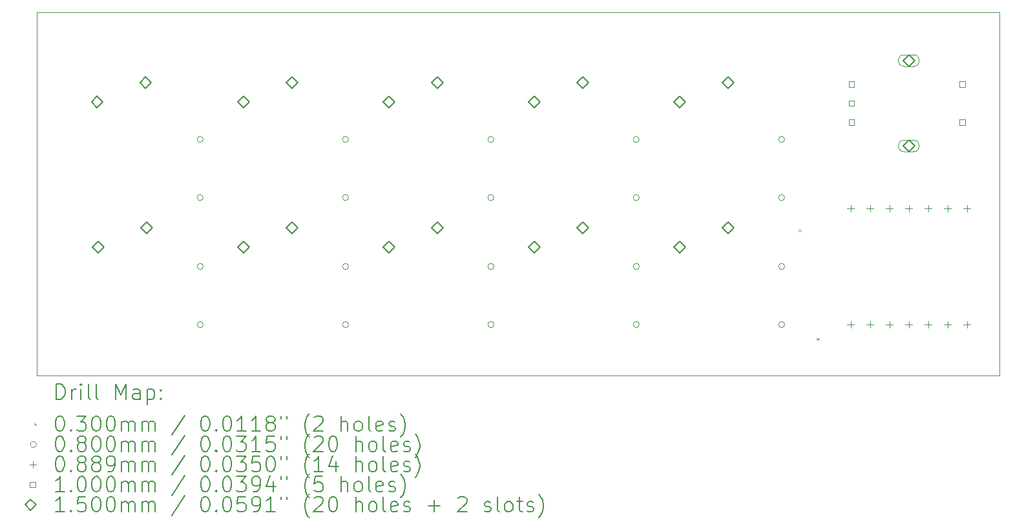
<source format=gbr>
%TF.GenerationSoftware,KiCad,Pcbnew,9.0.1*%
%TF.CreationDate,2025-06-11T13:57:42-04:00*%
%TF.ProjectId,hackpad,6861636b-7061-4642-9e6b-696361645f70,rev?*%
%TF.SameCoordinates,Original*%
%TF.FileFunction,Drillmap*%
%TF.FilePolarity,Positive*%
%FSLAX45Y45*%
G04 Gerber Fmt 4.5, Leading zero omitted, Abs format (unit mm)*
G04 Created by KiCad (PCBNEW 9.0.1) date 2025-06-11 13:57:42*
%MOMM*%
%LPD*%
G01*
G04 APERTURE LIST*
%ADD10C,0.050000*%
%ADD11C,0.200000*%
%ADD12C,0.100000*%
%ADD13C,0.150000*%
G04 APERTURE END LIST*
D10*
X10239375Y-5238750D02*
X22860000Y-5238750D01*
X22860000Y-10001250D01*
X10239375Y-10001250D01*
X10239375Y-5238750D01*
D11*
D12*
X20225625Y-8081250D02*
X20255625Y-8111250D01*
X20255625Y-8081250D02*
X20225625Y-8111250D01*
X20463750Y-9510000D02*
X20493750Y-9540000D01*
X20493750Y-9510000D02*
X20463750Y-9540000D01*
X12422500Y-6905625D02*
G75*
G02*
X12342500Y-6905625I-40000J0D01*
G01*
X12342500Y-6905625D02*
G75*
G02*
X12422500Y-6905625I40000J0D01*
G01*
X12422500Y-7667625D02*
G75*
G02*
X12342500Y-7667625I-40000J0D01*
G01*
X12342500Y-7667625D02*
G75*
G02*
X12422500Y-7667625I40000J0D01*
G01*
X12422500Y-8572500D02*
G75*
G02*
X12342500Y-8572500I-40000J0D01*
G01*
X12342500Y-8572500D02*
G75*
G02*
X12422500Y-8572500I40000J0D01*
G01*
X12422500Y-9334500D02*
G75*
G02*
X12342500Y-9334500I-40000J0D01*
G01*
X12342500Y-9334500D02*
G75*
G02*
X12422500Y-9334500I40000J0D01*
G01*
X14327500Y-6905625D02*
G75*
G02*
X14247500Y-6905625I-40000J0D01*
G01*
X14247500Y-6905625D02*
G75*
G02*
X14327500Y-6905625I40000J0D01*
G01*
X14327500Y-7667625D02*
G75*
G02*
X14247500Y-7667625I-40000J0D01*
G01*
X14247500Y-7667625D02*
G75*
G02*
X14327500Y-7667625I40000J0D01*
G01*
X14327500Y-8572500D02*
G75*
G02*
X14247500Y-8572500I-40000J0D01*
G01*
X14247500Y-8572500D02*
G75*
G02*
X14327500Y-8572500I40000J0D01*
G01*
X14327500Y-9334500D02*
G75*
G02*
X14247500Y-9334500I-40000J0D01*
G01*
X14247500Y-9334500D02*
G75*
G02*
X14327500Y-9334500I40000J0D01*
G01*
X16232500Y-6905625D02*
G75*
G02*
X16152500Y-6905625I-40000J0D01*
G01*
X16152500Y-6905625D02*
G75*
G02*
X16232500Y-6905625I40000J0D01*
G01*
X16232500Y-7667625D02*
G75*
G02*
X16152500Y-7667625I-40000J0D01*
G01*
X16152500Y-7667625D02*
G75*
G02*
X16232500Y-7667625I40000J0D01*
G01*
X16232500Y-8572500D02*
G75*
G02*
X16152500Y-8572500I-40000J0D01*
G01*
X16152500Y-8572500D02*
G75*
G02*
X16232500Y-8572500I40000J0D01*
G01*
X16232500Y-9334500D02*
G75*
G02*
X16152500Y-9334500I-40000J0D01*
G01*
X16152500Y-9334500D02*
G75*
G02*
X16232500Y-9334500I40000J0D01*
G01*
X18137500Y-6905625D02*
G75*
G02*
X18057500Y-6905625I-40000J0D01*
G01*
X18057500Y-6905625D02*
G75*
G02*
X18137500Y-6905625I40000J0D01*
G01*
X18137500Y-7667625D02*
G75*
G02*
X18057500Y-7667625I-40000J0D01*
G01*
X18057500Y-7667625D02*
G75*
G02*
X18137500Y-7667625I40000J0D01*
G01*
X18137500Y-8572500D02*
G75*
G02*
X18057500Y-8572500I-40000J0D01*
G01*
X18057500Y-8572500D02*
G75*
G02*
X18137500Y-8572500I40000J0D01*
G01*
X18137500Y-9334500D02*
G75*
G02*
X18057500Y-9334500I-40000J0D01*
G01*
X18057500Y-9334500D02*
G75*
G02*
X18137500Y-9334500I40000J0D01*
G01*
X20042500Y-6905625D02*
G75*
G02*
X19962500Y-6905625I-40000J0D01*
G01*
X19962500Y-6905625D02*
G75*
G02*
X20042500Y-6905625I40000J0D01*
G01*
X20042500Y-7667625D02*
G75*
G02*
X19962500Y-7667625I-40000J0D01*
G01*
X19962500Y-7667625D02*
G75*
G02*
X20042500Y-7667625I40000J0D01*
G01*
X20042500Y-8572500D02*
G75*
G02*
X19962500Y-8572500I-40000J0D01*
G01*
X19962500Y-8572500D02*
G75*
G02*
X20042500Y-8572500I40000J0D01*
G01*
X20042500Y-9334500D02*
G75*
G02*
X19962500Y-9334500I-40000J0D01*
G01*
X19962500Y-9334500D02*
G75*
G02*
X20042500Y-9334500I40000J0D01*
G01*
X20907375Y-7766050D02*
X20907375Y-7854950D01*
X20862925Y-7810500D02*
X20951825Y-7810500D01*
X20907375Y-9290050D02*
X20907375Y-9378950D01*
X20862925Y-9334500D02*
X20951825Y-9334500D01*
X21161375Y-7766050D02*
X21161375Y-7854950D01*
X21116925Y-7810500D02*
X21205825Y-7810500D01*
X21161375Y-9290050D02*
X21161375Y-9378950D01*
X21116925Y-9334500D02*
X21205825Y-9334500D01*
X21415375Y-7766050D02*
X21415375Y-7854950D01*
X21370925Y-7810500D02*
X21459825Y-7810500D01*
X21415375Y-9290050D02*
X21415375Y-9378950D01*
X21370925Y-9334500D02*
X21459825Y-9334500D01*
X21669375Y-7766050D02*
X21669375Y-7854950D01*
X21624925Y-7810500D02*
X21713825Y-7810500D01*
X21669375Y-9290050D02*
X21669375Y-9378950D01*
X21624925Y-9334500D02*
X21713825Y-9334500D01*
X21923375Y-7766050D02*
X21923375Y-7854950D01*
X21878925Y-7810500D02*
X21967825Y-7810500D01*
X21923375Y-9290050D02*
X21923375Y-9378950D01*
X21878925Y-9334500D02*
X21967825Y-9334500D01*
X22177375Y-7766050D02*
X22177375Y-7854950D01*
X22132925Y-7810500D02*
X22221825Y-7810500D01*
X22177375Y-9290050D02*
X22177375Y-9378950D01*
X22132925Y-9334500D02*
X22221825Y-9334500D01*
X22431375Y-7766050D02*
X22431375Y-7854950D01*
X22386925Y-7810500D02*
X22475825Y-7810500D01*
X22431375Y-9290050D02*
X22431375Y-9378950D01*
X22386925Y-9334500D02*
X22475825Y-9334500D01*
X20954731Y-6214731D02*
X20954731Y-6144019D01*
X20884019Y-6144019D01*
X20884019Y-6214731D01*
X20954731Y-6214731D01*
X20954731Y-6464731D02*
X20954731Y-6394019D01*
X20884019Y-6394019D01*
X20884019Y-6464731D01*
X20954731Y-6464731D01*
X20954731Y-6714731D02*
X20954731Y-6644019D01*
X20884019Y-6644019D01*
X20884019Y-6714731D01*
X20954731Y-6714731D01*
X22404731Y-6214731D02*
X22404731Y-6144019D01*
X22334019Y-6144019D01*
X22334019Y-6214731D01*
X22404731Y-6214731D01*
X22404731Y-6714731D02*
X22404731Y-6644019D01*
X22334019Y-6644019D01*
X22334019Y-6714731D01*
X22404731Y-6714731D01*
D13*
X11033125Y-6488500D02*
X11108125Y-6413500D01*
X11033125Y-6338500D01*
X10958125Y-6413500D01*
X11033125Y-6488500D01*
X11049000Y-8393500D02*
X11124000Y-8318500D01*
X11049000Y-8243500D01*
X10974000Y-8318500D01*
X11049000Y-8393500D01*
X11668125Y-6234500D02*
X11743125Y-6159500D01*
X11668125Y-6084500D01*
X11593125Y-6159500D01*
X11668125Y-6234500D01*
X11684000Y-8139500D02*
X11759000Y-8064500D01*
X11684000Y-7989500D01*
X11609000Y-8064500D01*
X11684000Y-8139500D01*
X12954000Y-6488500D02*
X13029000Y-6413500D01*
X12954000Y-6338500D01*
X12879000Y-6413500D01*
X12954000Y-6488500D01*
X12954000Y-8393500D02*
X13029000Y-8318500D01*
X12954000Y-8243500D01*
X12879000Y-8318500D01*
X12954000Y-8393500D01*
X13589000Y-6234500D02*
X13664000Y-6159500D01*
X13589000Y-6084500D01*
X13514000Y-6159500D01*
X13589000Y-6234500D01*
X13589000Y-8139500D02*
X13664000Y-8064500D01*
X13589000Y-7989500D01*
X13514000Y-8064500D01*
X13589000Y-8139500D01*
X14859000Y-6488500D02*
X14934000Y-6413500D01*
X14859000Y-6338500D01*
X14784000Y-6413500D01*
X14859000Y-6488500D01*
X14859000Y-8393500D02*
X14934000Y-8318500D01*
X14859000Y-8243500D01*
X14784000Y-8318500D01*
X14859000Y-8393500D01*
X15494000Y-6234500D02*
X15569000Y-6159500D01*
X15494000Y-6084500D01*
X15419000Y-6159500D01*
X15494000Y-6234500D01*
X15494000Y-8139500D02*
X15569000Y-8064500D01*
X15494000Y-7989500D01*
X15419000Y-8064500D01*
X15494000Y-8139500D01*
X16764000Y-6488500D02*
X16839000Y-6413500D01*
X16764000Y-6338500D01*
X16689000Y-6413500D01*
X16764000Y-6488500D01*
X16764000Y-8393500D02*
X16839000Y-8318500D01*
X16764000Y-8243500D01*
X16689000Y-8318500D01*
X16764000Y-8393500D01*
X17399000Y-6234500D02*
X17474000Y-6159500D01*
X17399000Y-6084500D01*
X17324000Y-6159500D01*
X17399000Y-6234500D01*
X17399000Y-8139500D02*
X17474000Y-8064500D01*
X17399000Y-7989500D01*
X17324000Y-8064500D01*
X17399000Y-8139500D01*
X18669000Y-6488500D02*
X18744000Y-6413500D01*
X18669000Y-6338500D01*
X18594000Y-6413500D01*
X18669000Y-6488500D01*
X18669000Y-8393500D02*
X18744000Y-8318500D01*
X18669000Y-8243500D01*
X18594000Y-8318500D01*
X18669000Y-8393500D01*
X19304000Y-6234500D02*
X19379000Y-6159500D01*
X19304000Y-6084500D01*
X19229000Y-6159500D01*
X19304000Y-6234500D01*
X19304000Y-8139500D02*
X19379000Y-8064500D01*
X19304000Y-7989500D01*
X19229000Y-8064500D01*
X19304000Y-8139500D01*
X21669375Y-5944375D02*
X21744375Y-5869375D01*
X21669375Y-5794375D01*
X21594375Y-5869375D01*
X21669375Y-5944375D01*
D12*
X21604375Y-5944375D02*
X21734375Y-5944375D01*
X21734375Y-5794375D02*
G75*
G02*
X21734375Y-5944375I0J-75000D01*
G01*
X21734375Y-5794375D02*
X21604375Y-5794375D01*
X21604375Y-5794375D02*
G75*
G03*
X21604375Y-5944375I0J-75000D01*
G01*
D13*
X21669375Y-7064375D02*
X21744375Y-6989375D01*
X21669375Y-6914375D01*
X21594375Y-6989375D01*
X21669375Y-7064375D01*
D12*
X21604375Y-7064375D02*
X21734375Y-7064375D01*
X21734375Y-6914375D02*
G75*
G02*
X21734375Y-7064375I0J-75000D01*
G01*
X21734375Y-6914375D02*
X21604375Y-6914375D01*
X21604375Y-6914375D02*
G75*
G03*
X21604375Y-7064375I0J-75000D01*
G01*
D11*
X10497652Y-10315234D02*
X10497652Y-10115234D01*
X10497652Y-10115234D02*
X10545271Y-10115234D01*
X10545271Y-10115234D02*
X10573842Y-10124758D01*
X10573842Y-10124758D02*
X10592890Y-10143805D01*
X10592890Y-10143805D02*
X10602414Y-10162853D01*
X10602414Y-10162853D02*
X10611938Y-10200948D01*
X10611938Y-10200948D02*
X10611938Y-10229520D01*
X10611938Y-10229520D02*
X10602414Y-10267615D01*
X10602414Y-10267615D02*
X10592890Y-10286662D01*
X10592890Y-10286662D02*
X10573842Y-10305710D01*
X10573842Y-10305710D02*
X10545271Y-10315234D01*
X10545271Y-10315234D02*
X10497652Y-10315234D01*
X10697652Y-10315234D02*
X10697652Y-10181900D01*
X10697652Y-10219996D02*
X10707176Y-10200948D01*
X10707176Y-10200948D02*
X10716699Y-10191424D01*
X10716699Y-10191424D02*
X10735747Y-10181900D01*
X10735747Y-10181900D02*
X10754795Y-10181900D01*
X10821461Y-10315234D02*
X10821461Y-10181900D01*
X10821461Y-10115234D02*
X10811938Y-10124758D01*
X10811938Y-10124758D02*
X10821461Y-10134281D01*
X10821461Y-10134281D02*
X10830985Y-10124758D01*
X10830985Y-10124758D02*
X10821461Y-10115234D01*
X10821461Y-10115234D02*
X10821461Y-10134281D01*
X10945271Y-10315234D02*
X10926223Y-10305710D01*
X10926223Y-10305710D02*
X10916699Y-10286662D01*
X10916699Y-10286662D02*
X10916699Y-10115234D01*
X11050033Y-10315234D02*
X11030985Y-10305710D01*
X11030985Y-10305710D02*
X11021461Y-10286662D01*
X11021461Y-10286662D02*
X11021461Y-10115234D01*
X11278604Y-10315234D02*
X11278604Y-10115234D01*
X11278604Y-10115234D02*
X11345271Y-10258091D01*
X11345271Y-10258091D02*
X11411937Y-10115234D01*
X11411937Y-10115234D02*
X11411937Y-10315234D01*
X11592890Y-10315234D02*
X11592890Y-10210472D01*
X11592890Y-10210472D02*
X11583366Y-10191424D01*
X11583366Y-10191424D02*
X11564318Y-10181900D01*
X11564318Y-10181900D02*
X11526223Y-10181900D01*
X11526223Y-10181900D02*
X11507176Y-10191424D01*
X11592890Y-10305710D02*
X11573842Y-10315234D01*
X11573842Y-10315234D02*
X11526223Y-10315234D01*
X11526223Y-10315234D02*
X11507176Y-10305710D01*
X11507176Y-10305710D02*
X11497652Y-10286662D01*
X11497652Y-10286662D02*
X11497652Y-10267615D01*
X11497652Y-10267615D02*
X11507176Y-10248567D01*
X11507176Y-10248567D02*
X11526223Y-10239043D01*
X11526223Y-10239043D02*
X11573842Y-10239043D01*
X11573842Y-10239043D02*
X11592890Y-10229520D01*
X11688128Y-10181900D02*
X11688128Y-10381900D01*
X11688128Y-10191424D02*
X11707176Y-10181900D01*
X11707176Y-10181900D02*
X11745271Y-10181900D01*
X11745271Y-10181900D02*
X11764318Y-10191424D01*
X11764318Y-10191424D02*
X11773842Y-10200948D01*
X11773842Y-10200948D02*
X11783366Y-10219996D01*
X11783366Y-10219996D02*
X11783366Y-10277139D01*
X11783366Y-10277139D02*
X11773842Y-10296186D01*
X11773842Y-10296186D02*
X11764318Y-10305710D01*
X11764318Y-10305710D02*
X11745271Y-10315234D01*
X11745271Y-10315234D02*
X11707176Y-10315234D01*
X11707176Y-10315234D02*
X11688128Y-10305710D01*
X11869080Y-10296186D02*
X11878604Y-10305710D01*
X11878604Y-10305710D02*
X11869080Y-10315234D01*
X11869080Y-10315234D02*
X11859557Y-10305710D01*
X11859557Y-10305710D02*
X11869080Y-10296186D01*
X11869080Y-10296186D02*
X11869080Y-10315234D01*
X11869080Y-10191424D02*
X11878604Y-10200948D01*
X11878604Y-10200948D02*
X11869080Y-10210472D01*
X11869080Y-10210472D02*
X11859557Y-10200948D01*
X11859557Y-10200948D02*
X11869080Y-10191424D01*
X11869080Y-10191424D02*
X11869080Y-10210472D01*
D12*
X10206875Y-10628750D02*
X10236875Y-10658750D01*
X10236875Y-10628750D02*
X10206875Y-10658750D01*
D11*
X10535747Y-10535234D02*
X10554795Y-10535234D01*
X10554795Y-10535234D02*
X10573842Y-10544758D01*
X10573842Y-10544758D02*
X10583366Y-10554281D01*
X10583366Y-10554281D02*
X10592890Y-10573329D01*
X10592890Y-10573329D02*
X10602414Y-10611424D01*
X10602414Y-10611424D02*
X10602414Y-10659043D01*
X10602414Y-10659043D02*
X10592890Y-10697139D01*
X10592890Y-10697139D02*
X10583366Y-10716186D01*
X10583366Y-10716186D02*
X10573842Y-10725710D01*
X10573842Y-10725710D02*
X10554795Y-10735234D01*
X10554795Y-10735234D02*
X10535747Y-10735234D01*
X10535747Y-10735234D02*
X10516699Y-10725710D01*
X10516699Y-10725710D02*
X10507176Y-10716186D01*
X10507176Y-10716186D02*
X10497652Y-10697139D01*
X10497652Y-10697139D02*
X10488128Y-10659043D01*
X10488128Y-10659043D02*
X10488128Y-10611424D01*
X10488128Y-10611424D02*
X10497652Y-10573329D01*
X10497652Y-10573329D02*
X10507176Y-10554281D01*
X10507176Y-10554281D02*
X10516699Y-10544758D01*
X10516699Y-10544758D02*
X10535747Y-10535234D01*
X10688128Y-10716186D02*
X10697652Y-10725710D01*
X10697652Y-10725710D02*
X10688128Y-10735234D01*
X10688128Y-10735234D02*
X10678604Y-10725710D01*
X10678604Y-10725710D02*
X10688128Y-10716186D01*
X10688128Y-10716186D02*
X10688128Y-10735234D01*
X10764319Y-10535234D02*
X10888128Y-10535234D01*
X10888128Y-10535234D02*
X10821461Y-10611424D01*
X10821461Y-10611424D02*
X10850033Y-10611424D01*
X10850033Y-10611424D02*
X10869080Y-10620948D01*
X10869080Y-10620948D02*
X10878604Y-10630472D01*
X10878604Y-10630472D02*
X10888128Y-10649520D01*
X10888128Y-10649520D02*
X10888128Y-10697139D01*
X10888128Y-10697139D02*
X10878604Y-10716186D01*
X10878604Y-10716186D02*
X10869080Y-10725710D01*
X10869080Y-10725710D02*
X10850033Y-10735234D01*
X10850033Y-10735234D02*
X10792890Y-10735234D01*
X10792890Y-10735234D02*
X10773842Y-10725710D01*
X10773842Y-10725710D02*
X10764319Y-10716186D01*
X11011938Y-10535234D02*
X11030985Y-10535234D01*
X11030985Y-10535234D02*
X11050033Y-10544758D01*
X11050033Y-10544758D02*
X11059557Y-10554281D01*
X11059557Y-10554281D02*
X11069080Y-10573329D01*
X11069080Y-10573329D02*
X11078604Y-10611424D01*
X11078604Y-10611424D02*
X11078604Y-10659043D01*
X11078604Y-10659043D02*
X11069080Y-10697139D01*
X11069080Y-10697139D02*
X11059557Y-10716186D01*
X11059557Y-10716186D02*
X11050033Y-10725710D01*
X11050033Y-10725710D02*
X11030985Y-10735234D01*
X11030985Y-10735234D02*
X11011938Y-10735234D01*
X11011938Y-10735234D02*
X10992890Y-10725710D01*
X10992890Y-10725710D02*
X10983366Y-10716186D01*
X10983366Y-10716186D02*
X10973842Y-10697139D01*
X10973842Y-10697139D02*
X10964319Y-10659043D01*
X10964319Y-10659043D02*
X10964319Y-10611424D01*
X10964319Y-10611424D02*
X10973842Y-10573329D01*
X10973842Y-10573329D02*
X10983366Y-10554281D01*
X10983366Y-10554281D02*
X10992890Y-10544758D01*
X10992890Y-10544758D02*
X11011938Y-10535234D01*
X11202414Y-10535234D02*
X11221461Y-10535234D01*
X11221461Y-10535234D02*
X11240509Y-10544758D01*
X11240509Y-10544758D02*
X11250033Y-10554281D01*
X11250033Y-10554281D02*
X11259557Y-10573329D01*
X11259557Y-10573329D02*
X11269080Y-10611424D01*
X11269080Y-10611424D02*
X11269080Y-10659043D01*
X11269080Y-10659043D02*
X11259557Y-10697139D01*
X11259557Y-10697139D02*
X11250033Y-10716186D01*
X11250033Y-10716186D02*
X11240509Y-10725710D01*
X11240509Y-10725710D02*
X11221461Y-10735234D01*
X11221461Y-10735234D02*
X11202414Y-10735234D01*
X11202414Y-10735234D02*
X11183366Y-10725710D01*
X11183366Y-10725710D02*
X11173842Y-10716186D01*
X11173842Y-10716186D02*
X11164319Y-10697139D01*
X11164319Y-10697139D02*
X11154795Y-10659043D01*
X11154795Y-10659043D02*
X11154795Y-10611424D01*
X11154795Y-10611424D02*
X11164319Y-10573329D01*
X11164319Y-10573329D02*
X11173842Y-10554281D01*
X11173842Y-10554281D02*
X11183366Y-10544758D01*
X11183366Y-10544758D02*
X11202414Y-10535234D01*
X11354795Y-10735234D02*
X11354795Y-10601900D01*
X11354795Y-10620948D02*
X11364318Y-10611424D01*
X11364318Y-10611424D02*
X11383366Y-10601900D01*
X11383366Y-10601900D02*
X11411938Y-10601900D01*
X11411938Y-10601900D02*
X11430985Y-10611424D01*
X11430985Y-10611424D02*
X11440509Y-10630472D01*
X11440509Y-10630472D02*
X11440509Y-10735234D01*
X11440509Y-10630472D02*
X11450033Y-10611424D01*
X11450033Y-10611424D02*
X11469080Y-10601900D01*
X11469080Y-10601900D02*
X11497652Y-10601900D01*
X11497652Y-10601900D02*
X11516699Y-10611424D01*
X11516699Y-10611424D02*
X11526223Y-10630472D01*
X11526223Y-10630472D02*
X11526223Y-10735234D01*
X11621461Y-10735234D02*
X11621461Y-10601900D01*
X11621461Y-10620948D02*
X11630985Y-10611424D01*
X11630985Y-10611424D02*
X11650033Y-10601900D01*
X11650033Y-10601900D02*
X11678604Y-10601900D01*
X11678604Y-10601900D02*
X11697652Y-10611424D01*
X11697652Y-10611424D02*
X11707176Y-10630472D01*
X11707176Y-10630472D02*
X11707176Y-10735234D01*
X11707176Y-10630472D02*
X11716699Y-10611424D01*
X11716699Y-10611424D02*
X11735747Y-10601900D01*
X11735747Y-10601900D02*
X11764318Y-10601900D01*
X11764318Y-10601900D02*
X11783366Y-10611424D01*
X11783366Y-10611424D02*
X11792890Y-10630472D01*
X11792890Y-10630472D02*
X11792890Y-10735234D01*
X12183366Y-10525710D02*
X12011938Y-10782853D01*
X12440509Y-10535234D02*
X12459557Y-10535234D01*
X12459557Y-10535234D02*
X12478604Y-10544758D01*
X12478604Y-10544758D02*
X12488128Y-10554281D01*
X12488128Y-10554281D02*
X12497652Y-10573329D01*
X12497652Y-10573329D02*
X12507176Y-10611424D01*
X12507176Y-10611424D02*
X12507176Y-10659043D01*
X12507176Y-10659043D02*
X12497652Y-10697139D01*
X12497652Y-10697139D02*
X12488128Y-10716186D01*
X12488128Y-10716186D02*
X12478604Y-10725710D01*
X12478604Y-10725710D02*
X12459557Y-10735234D01*
X12459557Y-10735234D02*
X12440509Y-10735234D01*
X12440509Y-10735234D02*
X12421461Y-10725710D01*
X12421461Y-10725710D02*
X12411938Y-10716186D01*
X12411938Y-10716186D02*
X12402414Y-10697139D01*
X12402414Y-10697139D02*
X12392890Y-10659043D01*
X12392890Y-10659043D02*
X12392890Y-10611424D01*
X12392890Y-10611424D02*
X12402414Y-10573329D01*
X12402414Y-10573329D02*
X12411938Y-10554281D01*
X12411938Y-10554281D02*
X12421461Y-10544758D01*
X12421461Y-10544758D02*
X12440509Y-10535234D01*
X12592890Y-10716186D02*
X12602414Y-10725710D01*
X12602414Y-10725710D02*
X12592890Y-10735234D01*
X12592890Y-10735234D02*
X12583366Y-10725710D01*
X12583366Y-10725710D02*
X12592890Y-10716186D01*
X12592890Y-10716186D02*
X12592890Y-10735234D01*
X12726223Y-10535234D02*
X12745271Y-10535234D01*
X12745271Y-10535234D02*
X12764319Y-10544758D01*
X12764319Y-10544758D02*
X12773842Y-10554281D01*
X12773842Y-10554281D02*
X12783366Y-10573329D01*
X12783366Y-10573329D02*
X12792890Y-10611424D01*
X12792890Y-10611424D02*
X12792890Y-10659043D01*
X12792890Y-10659043D02*
X12783366Y-10697139D01*
X12783366Y-10697139D02*
X12773842Y-10716186D01*
X12773842Y-10716186D02*
X12764319Y-10725710D01*
X12764319Y-10725710D02*
X12745271Y-10735234D01*
X12745271Y-10735234D02*
X12726223Y-10735234D01*
X12726223Y-10735234D02*
X12707176Y-10725710D01*
X12707176Y-10725710D02*
X12697652Y-10716186D01*
X12697652Y-10716186D02*
X12688128Y-10697139D01*
X12688128Y-10697139D02*
X12678604Y-10659043D01*
X12678604Y-10659043D02*
X12678604Y-10611424D01*
X12678604Y-10611424D02*
X12688128Y-10573329D01*
X12688128Y-10573329D02*
X12697652Y-10554281D01*
X12697652Y-10554281D02*
X12707176Y-10544758D01*
X12707176Y-10544758D02*
X12726223Y-10535234D01*
X12983366Y-10735234D02*
X12869081Y-10735234D01*
X12926223Y-10735234D02*
X12926223Y-10535234D01*
X12926223Y-10535234D02*
X12907176Y-10563805D01*
X12907176Y-10563805D02*
X12888128Y-10582853D01*
X12888128Y-10582853D02*
X12869081Y-10592377D01*
X13173842Y-10735234D02*
X13059557Y-10735234D01*
X13116700Y-10735234D02*
X13116700Y-10535234D01*
X13116700Y-10535234D02*
X13097652Y-10563805D01*
X13097652Y-10563805D02*
X13078604Y-10582853D01*
X13078604Y-10582853D02*
X13059557Y-10592377D01*
X13288128Y-10620948D02*
X13269081Y-10611424D01*
X13269081Y-10611424D02*
X13259557Y-10601900D01*
X13259557Y-10601900D02*
X13250033Y-10582853D01*
X13250033Y-10582853D02*
X13250033Y-10573329D01*
X13250033Y-10573329D02*
X13259557Y-10554281D01*
X13259557Y-10554281D02*
X13269081Y-10544758D01*
X13269081Y-10544758D02*
X13288128Y-10535234D01*
X13288128Y-10535234D02*
X13326223Y-10535234D01*
X13326223Y-10535234D02*
X13345271Y-10544758D01*
X13345271Y-10544758D02*
X13354795Y-10554281D01*
X13354795Y-10554281D02*
X13364319Y-10573329D01*
X13364319Y-10573329D02*
X13364319Y-10582853D01*
X13364319Y-10582853D02*
X13354795Y-10601900D01*
X13354795Y-10601900D02*
X13345271Y-10611424D01*
X13345271Y-10611424D02*
X13326223Y-10620948D01*
X13326223Y-10620948D02*
X13288128Y-10620948D01*
X13288128Y-10620948D02*
X13269081Y-10630472D01*
X13269081Y-10630472D02*
X13259557Y-10639996D01*
X13259557Y-10639996D02*
X13250033Y-10659043D01*
X13250033Y-10659043D02*
X13250033Y-10697139D01*
X13250033Y-10697139D02*
X13259557Y-10716186D01*
X13259557Y-10716186D02*
X13269081Y-10725710D01*
X13269081Y-10725710D02*
X13288128Y-10735234D01*
X13288128Y-10735234D02*
X13326223Y-10735234D01*
X13326223Y-10735234D02*
X13345271Y-10725710D01*
X13345271Y-10725710D02*
X13354795Y-10716186D01*
X13354795Y-10716186D02*
X13364319Y-10697139D01*
X13364319Y-10697139D02*
X13364319Y-10659043D01*
X13364319Y-10659043D02*
X13354795Y-10639996D01*
X13354795Y-10639996D02*
X13345271Y-10630472D01*
X13345271Y-10630472D02*
X13326223Y-10620948D01*
X13440509Y-10535234D02*
X13440509Y-10573329D01*
X13516700Y-10535234D02*
X13516700Y-10573329D01*
X13811938Y-10811424D02*
X13802414Y-10801900D01*
X13802414Y-10801900D02*
X13783366Y-10773329D01*
X13783366Y-10773329D02*
X13773843Y-10754281D01*
X13773843Y-10754281D02*
X13764319Y-10725710D01*
X13764319Y-10725710D02*
X13754795Y-10678091D01*
X13754795Y-10678091D02*
X13754795Y-10639996D01*
X13754795Y-10639996D02*
X13764319Y-10592377D01*
X13764319Y-10592377D02*
X13773843Y-10563805D01*
X13773843Y-10563805D02*
X13783366Y-10544758D01*
X13783366Y-10544758D02*
X13802414Y-10516186D01*
X13802414Y-10516186D02*
X13811938Y-10506662D01*
X13878604Y-10554281D02*
X13888128Y-10544758D01*
X13888128Y-10544758D02*
X13907176Y-10535234D01*
X13907176Y-10535234D02*
X13954795Y-10535234D01*
X13954795Y-10535234D02*
X13973843Y-10544758D01*
X13973843Y-10544758D02*
X13983366Y-10554281D01*
X13983366Y-10554281D02*
X13992890Y-10573329D01*
X13992890Y-10573329D02*
X13992890Y-10592377D01*
X13992890Y-10592377D02*
X13983366Y-10620948D01*
X13983366Y-10620948D02*
X13869081Y-10735234D01*
X13869081Y-10735234D02*
X13992890Y-10735234D01*
X14230985Y-10735234D02*
X14230985Y-10535234D01*
X14316700Y-10735234D02*
X14316700Y-10630472D01*
X14316700Y-10630472D02*
X14307176Y-10611424D01*
X14307176Y-10611424D02*
X14288128Y-10601900D01*
X14288128Y-10601900D02*
X14259557Y-10601900D01*
X14259557Y-10601900D02*
X14240509Y-10611424D01*
X14240509Y-10611424D02*
X14230985Y-10620948D01*
X14440509Y-10735234D02*
X14421462Y-10725710D01*
X14421462Y-10725710D02*
X14411938Y-10716186D01*
X14411938Y-10716186D02*
X14402414Y-10697139D01*
X14402414Y-10697139D02*
X14402414Y-10639996D01*
X14402414Y-10639996D02*
X14411938Y-10620948D01*
X14411938Y-10620948D02*
X14421462Y-10611424D01*
X14421462Y-10611424D02*
X14440509Y-10601900D01*
X14440509Y-10601900D02*
X14469081Y-10601900D01*
X14469081Y-10601900D02*
X14488128Y-10611424D01*
X14488128Y-10611424D02*
X14497652Y-10620948D01*
X14497652Y-10620948D02*
X14507176Y-10639996D01*
X14507176Y-10639996D02*
X14507176Y-10697139D01*
X14507176Y-10697139D02*
X14497652Y-10716186D01*
X14497652Y-10716186D02*
X14488128Y-10725710D01*
X14488128Y-10725710D02*
X14469081Y-10735234D01*
X14469081Y-10735234D02*
X14440509Y-10735234D01*
X14621462Y-10735234D02*
X14602414Y-10725710D01*
X14602414Y-10725710D02*
X14592890Y-10706662D01*
X14592890Y-10706662D02*
X14592890Y-10535234D01*
X14773843Y-10725710D02*
X14754795Y-10735234D01*
X14754795Y-10735234D02*
X14716700Y-10735234D01*
X14716700Y-10735234D02*
X14697652Y-10725710D01*
X14697652Y-10725710D02*
X14688128Y-10706662D01*
X14688128Y-10706662D02*
X14688128Y-10630472D01*
X14688128Y-10630472D02*
X14697652Y-10611424D01*
X14697652Y-10611424D02*
X14716700Y-10601900D01*
X14716700Y-10601900D02*
X14754795Y-10601900D01*
X14754795Y-10601900D02*
X14773843Y-10611424D01*
X14773843Y-10611424D02*
X14783366Y-10630472D01*
X14783366Y-10630472D02*
X14783366Y-10649520D01*
X14783366Y-10649520D02*
X14688128Y-10668567D01*
X14859557Y-10725710D02*
X14878605Y-10735234D01*
X14878605Y-10735234D02*
X14916700Y-10735234D01*
X14916700Y-10735234D02*
X14935747Y-10725710D01*
X14935747Y-10725710D02*
X14945271Y-10706662D01*
X14945271Y-10706662D02*
X14945271Y-10697139D01*
X14945271Y-10697139D02*
X14935747Y-10678091D01*
X14935747Y-10678091D02*
X14916700Y-10668567D01*
X14916700Y-10668567D02*
X14888128Y-10668567D01*
X14888128Y-10668567D02*
X14869081Y-10659043D01*
X14869081Y-10659043D02*
X14859557Y-10639996D01*
X14859557Y-10639996D02*
X14859557Y-10630472D01*
X14859557Y-10630472D02*
X14869081Y-10611424D01*
X14869081Y-10611424D02*
X14888128Y-10601900D01*
X14888128Y-10601900D02*
X14916700Y-10601900D01*
X14916700Y-10601900D02*
X14935747Y-10611424D01*
X15011938Y-10811424D02*
X15021462Y-10801900D01*
X15021462Y-10801900D02*
X15040509Y-10773329D01*
X15040509Y-10773329D02*
X15050033Y-10754281D01*
X15050033Y-10754281D02*
X15059557Y-10725710D01*
X15059557Y-10725710D02*
X15069081Y-10678091D01*
X15069081Y-10678091D02*
X15069081Y-10639996D01*
X15069081Y-10639996D02*
X15059557Y-10592377D01*
X15059557Y-10592377D02*
X15050033Y-10563805D01*
X15050033Y-10563805D02*
X15040509Y-10544758D01*
X15040509Y-10544758D02*
X15021462Y-10516186D01*
X15021462Y-10516186D02*
X15011938Y-10506662D01*
D12*
X10236875Y-10907750D02*
G75*
G02*
X10156875Y-10907750I-40000J0D01*
G01*
X10156875Y-10907750D02*
G75*
G02*
X10236875Y-10907750I40000J0D01*
G01*
D11*
X10535747Y-10799234D02*
X10554795Y-10799234D01*
X10554795Y-10799234D02*
X10573842Y-10808758D01*
X10573842Y-10808758D02*
X10583366Y-10818281D01*
X10583366Y-10818281D02*
X10592890Y-10837329D01*
X10592890Y-10837329D02*
X10602414Y-10875424D01*
X10602414Y-10875424D02*
X10602414Y-10923043D01*
X10602414Y-10923043D02*
X10592890Y-10961139D01*
X10592890Y-10961139D02*
X10583366Y-10980186D01*
X10583366Y-10980186D02*
X10573842Y-10989710D01*
X10573842Y-10989710D02*
X10554795Y-10999234D01*
X10554795Y-10999234D02*
X10535747Y-10999234D01*
X10535747Y-10999234D02*
X10516699Y-10989710D01*
X10516699Y-10989710D02*
X10507176Y-10980186D01*
X10507176Y-10980186D02*
X10497652Y-10961139D01*
X10497652Y-10961139D02*
X10488128Y-10923043D01*
X10488128Y-10923043D02*
X10488128Y-10875424D01*
X10488128Y-10875424D02*
X10497652Y-10837329D01*
X10497652Y-10837329D02*
X10507176Y-10818281D01*
X10507176Y-10818281D02*
X10516699Y-10808758D01*
X10516699Y-10808758D02*
X10535747Y-10799234D01*
X10688128Y-10980186D02*
X10697652Y-10989710D01*
X10697652Y-10989710D02*
X10688128Y-10999234D01*
X10688128Y-10999234D02*
X10678604Y-10989710D01*
X10678604Y-10989710D02*
X10688128Y-10980186D01*
X10688128Y-10980186D02*
X10688128Y-10999234D01*
X10811938Y-10884948D02*
X10792890Y-10875424D01*
X10792890Y-10875424D02*
X10783366Y-10865900D01*
X10783366Y-10865900D02*
X10773842Y-10846853D01*
X10773842Y-10846853D02*
X10773842Y-10837329D01*
X10773842Y-10837329D02*
X10783366Y-10818281D01*
X10783366Y-10818281D02*
X10792890Y-10808758D01*
X10792890Y-10808758D02*
X10811938Y-10799234D01*
X10811938Y-10799234D02*
X10850033Y-10799234D01*
X10850033Y-10799234D02*
X10869080Y-10808758D01*
X10869080Y-10808758D02*
X10878604Y-10818281D01*
X10878604Y-10818281D02*
X10888128Y-10837329D01*
X10888128Y-10837329D02*
X10888128Y-10846853D01*
X10888128Y-10846853D02*
X10878604Y-10865900D01*
X10878604Y-10865900D02*
X10869080Y-10875424D01*
X10869080Y-10875424D02*
X10850033Y-10884948D01*
X10850033Y-10884948D02*
X10811938Y-10884948D01*
X10811938Y-10884948D02*
X10792890Y-10894472D01*
X10792890Y-10894472D02*
X10783366Y-10903996D01*
X10783366Y-10903996D02*
X10773842Y-10923043D01*
X10773842Y-10923043D02*
X10773842Y-10961139D01*
X10773842Y-10961139D02*
X10783366Y-10980186D01*
X10783366Y-10980186D02*
X10792890Y-10989710D01*
X10792890Y-10989710D02*
X10811938Y-10999234D01*
X10811938Y-10999234D02*
X10850033Y-10999234D01*
X10850033Y-10999234D02*
X10869080Y-10989710D01*
X10869080Y-10989710D02*
X10878604Y-10980186D01*
X10878604Y-10980186D02*
X10888128Y-10961139D01*
X10888128Y-10961139D02*
X10888128Y-10923043D01*
X10888128Y-10923043D02*
X10878604Y-10903996D01*
X10878604Y-10903996D02*
X10869080Y-10894472D01*
X10869080Y-10894472D02*
X10850033Y-10884948D01*
X11011938Y-10799234D02*
X11030985Y-10799234D01*
X11030985Y-10799234D02*
X11050033Y-10808758D01*
X11050033Y-10808758D02*
X11059557Y-10818281D01*
X11059557Y-10818281D02*
X11069080Y-10837329D01*
X11069080Y-10837329D02*
X11078604Y-10875424D01*
X11078604Y-10875424D02*
X11078604Y-10923043D01*
X11078604Y-10923043D02*
X11069080Y-10961139D01*
X11069080Y-10961139D02*
X11059557Y-10980186D01*
X11059557Y-10980186D02*
X11050033Y-10989710D01*
X11050033Y-10989710D02*
X11030985Y-10999234D01*
X11030985Y-10999234D02*
X11011938Y-10999234D01*
X11011938Y-10999234D02*
X10992890Y-10989710D01*
X10992890Y-10989710D02*
X10983366Y-10980186D01*
X10983366Y-10980186D02*
X10973842Y-10961139D01*
X10973842Y-10961139D02*
X10964319Y-10923043D01*
X10964319Y-10923043D02*
X10964319Y-10875424D01*
X10964319Y-10875424D02*
X10973842Y-10837329D01*
X10973842Y-10837329D02*
X10983366Y-10818281D01*
X10983366Y-10818281D02*
X10992890Y-10808758D01*
X10992890Y-10808758D02*
X11011938Y-10799234D01*
X11202414Y-10799234D02*
X11221461Y-10799234D01*
X11221461Y-10799234D02*
X11240509Y-10808758D01*
X11240509Y-10808758D02*
X11250033Y-10818281D01*
X11250033Y-10818281D02*
X11259557Y-10837329D01*
X11259557Y-10837329D02*
X11269080Y-10875424D01*
X11269080Y-10875424D02*
X11269080Y-10923043D01*
X11269080Y-10923043D02*
X11259557Y-10961139D01*
X11259557Y-10961139D02*
X11250033Y-10980186D01*
X11250033Y-10980186D02*
X11240509Y-10989710D01*
X11240509Y-10989710D02*
X11221461Y-10999234D01*
X11221461Y-10999234D02*
X11202414Y-10999234D01*
X11202414Y-10999234D02*
X11183366Y-10989710D01*
X11183366Y-10989710D02*
X11173842Y-10980186D01*
X11173842Y-10980186D02*
X11164319Y-10961139D01*
X11164319Y-10961139D02*
X11154795Y-10923043D01*
X11154795Y-10923043D02*
X11154795Y-10875424D01*
X11154795Y-10875424D02*
X11164319Y-10837329D01*
X11164319Y-10837329D02*
X11173842Y-10818281D01*
X11173842Y-10818281D02*
X11183366Y-10808758D01*
X11183366Y-10808758D02*
X11202414Y-10799234D01*
X11354795Y-10999234D02*
X11354795Y-10865900D01*
X11354795Y-10884948D02*
X11364318Y-10875424D01*
X11364318Y-10875424D02*
X11383366Y-10865900D01*
X11383366Y-10865900D02*
X11411938Y-10865900D01*
X11411938Y-10865900D02*
X11430985Y-10875424D01*
X11430985Y-10875424D02*
X11440509Y-10894472D01*
X11440509Y-10894472D02*
X11440509Y-10999234D01*
X11440509Y-10894472D02*
X11450033Y-10875424D01*
X11450033Y-10875424D02*
X11469080Y-10865900D01*
X11469080Y-10865900D02*
X11497652Y-10865900D01*
X11497652Y-10865900D02*
X11516699Y-10875424D01*
X11516699Y-10875424D02*
X11526223Y-10894472D01*
X11526223Y-10894472D02*
X11526223Y-10999234D01*
X11621461Y-10999234D02*
X11621461Y-10865900D01*
X11621461Y-10884948D02*
X11630985Y-10875424D01*
X11630985Y-10875424D02*
X11650033Y-10865900D01*
X11650033Y-10865900D02*
X11678604Y-10865900D01*
X11678604Y-10865900D02*
X11697652Y-10875424D01*
X11697652Y-10875424D02*
X11707176Y-10894472D01*
X11707176Y-10894472D02*
X11707176Y-10999234D01*
X11707176Y-10894472D02*
X11716699Y-10875424D01*
X11716699Y-10875424D02*
X11735747Y-10865900D01*
X11735747Y-10865900D02*
X11764318Y-10865900D01*
X11764318Y-10865900D02*
X11783366Y-10875424D01*
X11783366Y-10875424D02*
X11792890Y-10894472D01*
X11792890Y-10894472D02*
X11792890Y-10999234D01*
X12183366Y-10789710D02*
X12011938Y-11046853D01*
X12440509Y-10799234D02*
X12459557Y-10799234D01*
X12459557Y-10799234D02*
X12478604Y-10808758D01*
X12478604Y-10808758D02*
X12488128Y-10818281D01*
X12488128Y-10818281D02*
X12497652Y-10837329D01*
X12497652Y-10837329D02*
X12507176Y-10875424D01*
X12507176Y-10875424D02*
X12507176Y-10923043D01*
X12507176Y-10923043D02*
X12497652Y-10961139D01*
X12497652Y-10961139D02*
X12488128Y-10980186D01*
X12488128Y-10980186D02*
X12478604Y-10989710D01*
X12478604Y-10989710D02*
X12459557Y-10999234D01*
X12459557Y-10999234D02*
X12440509Y-10999234D01*
X12440509Y-10999234D02*
X12421461Y-10989710D01*
X12421461Y-10989710D02*
X12411938Y-10980186D01*
X12411938Y-10980186D02*
X12402414Y-10961139D01*
X12402414Y-10961139D02*
X12392890Y-10923043D01*
X12392890Y-10923043D02*
X12392890Y-10875424D01*
X12392890Y-10875424D02*
X12402414Y-10837329D01*
X12402414Y-10837329D02*
X12411938Y-10818281D01*
X12411938Y-10818281D02*
X12421461Y-10808758D01*
X12421461Y-10808758D02*
X12440509Y-10799234D01*
X12592890Y-10980186D02*
X12602414Y-10989710D01*
X12602414Y-10989710D02*
X12592890Y-10999234D01*
X12592890Y-10999234D02*
X12583366Y-10989710D01*
X12583366Y-10989710D02*
X12592890Y-10980186D01*
X12592890Y-10980186D02*
X12592890Y-10999234D01*
X12726223Y-10799234D02*
X12745271Y-10799234D01*
X12745271Y-10799234D02*
X12764319Y-10808758D01*
X12764319Y-10808758D02*
X12773842Y-10818281D01*
X12773842Y-10818281D02*
X12783366Y-10837329D01*
X12783366Y-10837329D02*
X12792890Y-10875424D01*
X12792890Y-10875424D02*
X12792890Y-10923043D01*
X12792890Y-10923043D02*
X12783366Y-10961139D01*
X12783366Y-10961139D02*
X12773842Y-10980186D01*
X12773842Y-10980186D02*
X12764319Y-10989710D01*
X12764319Y-10989710D02*
X12745271Y-10999234D01*
X12745271Y-10999234D02*
X12726223Y-10999234D01*
X12726223Y-10999234D02*
X12707176Y-10989710D01*
X12707176Y-10989710D02*
X12697652Y-10980186D01*
X12697652Y-10980186D02*
X12688128Y-10961139D01*
X12688128Y-10961139D02*
X12678604Y-10923043D01*
X12678604Y-10923043D02*
X12678604Y-10875424D01*
X12678604Y-10875424D02*
X12688128Y-10837329D01*
X12688128Y-10837329D02*
X12697652Y-10818281D01*
X12697652Y-10818281D02*
X12707176Y-10808758D01*
X12707176Y-10808758D02*
X12726223Y-10799234D01*
X12859557Y-10799234D02*
X12983366Y-10799234D01*
X12983366Y-10799234D02*
X12916700Y-10875424D01*
X12916700Y-10875424D02*
X12945271Y-10875424D01*
X12945271Y-10875424D02*
X12964319Y-10884948D01*
X12964319Y-10884948D02*
X12973842Y-10894472D01*
X12973842Y-10894472D02*
X12983366Y-10913520D01*
X12983366Y-10913520D02*
X12983366Y-10961139D01*
X12983366Y-10961139D02*
X12973842Y-10980186D01*
X12973842Y-10980186D02*
X12964319Y-10989710D01*
X12964319Y-10989710D02*
X12945271Y-10999234D01*
X12945271Y-10999234D02*
X12888128Y-10999234D01*
X12888128Y-10999234D02*
X12869081Y-10989710D01*
X12869081Y-10989710D02*
X12859557Y-10980186D01*
X13173842Y-10999234D02*
X13059557Y-10999234D01*
X13116700Y-10999234D02*
X13116700Y-10799234D01*
X13116700Y-10799234D02*
X13097652Y-10827805D01*
X13097652Y-10827805D02*
X13078604Y-10846853D01*
X13078604Y-10846853D02*
X13059557Y-10856377D01*
X13354795Y-10799234D02*
X13259557Y-10799234D01*
X13259557Y-10799234D02*
X13250033Y-10894472D01*
X13250033Y-10894472D02*
X13259557Y-10884948D01*
X13259557Y-10884948D02*
X13278604Y-10875424D01*
X13278604Y-10875424D02*
X13326223Y-10875424D01*
X13326223Y-10875424D02*
X13345271Y-10884948D01*
X13345271Y-10884948D02*
X13354795Y-10894472D01*
X13354795Y-10894472D02*
X13364319Y-10913520D01*
X13364319Y-10913520D02*
X13364319Y-10961139D01*
X13364319Y-10961139D02*
X13354795Y-10980186D01*
X13354795Y-10980186D02*
X13345271Y-10989710D01*
X13345271Y-10989710D02*
X13326223Y-10999234D01*
X13326223Y-10999234D02*
X13278604Y-10999234D01*
X13278604Y-10999234D02*
X13259557Y-10989710D01*
X13259557Y-10989710D02*
X13250033Y-10980186D01*
X13440509Y-10799234D02*
X13440509Y-10837329D01*
X13516700Y-10799234D02*
X13516700Y-10837329D01*
X13811938Y-11075424D02*
X13802414Y-11065900D01*
X13802414Y-11065900D02*
X13783366Y-11037329D01*
X13783366Y-11037329D02*
X13773843Y-11018281D01*
X13773843Y-11018281D02*
X13764319Y-10989710D01*
X13764319Y-10989710D02*
X13754795Y-10942091D01*
X13754795Y-10942091D02*
X13754795Y-10903996D01*
X13754795Y-10903996D02*
X13764319Y-10856377D01*
X13764319Y-10856377D02*
X13773843Y-10827805D01*
X13773843Y-10827805D02*
X13783366Y-10808758D01*
X13783366Y-10808758D02*
X13802414Y-10780186D01*
X13802414Y-10780186D02*
X13811938Y-10770662D01*
X13878604Y-10818281D02*
X13888128Y-10808758D01*
X13888128Y-10808758D02*
X13907176Y-10799234D01*
X13907176Y-10799234D02*
X13954795Y-10799234D01*
X13954795Y-10799234D02*
X13973843Y-10808758D01*
X13973843Y-10808758D02*
X13983366Y-10818281D01*
X13983366Y-10818281D02*
X13992890Y-10837329D01*
X13992890Y-10837329D02*
X13992890Y-10856377D01*
X13992890Y-10856377D02*
X13983366Y-10884948D01*
X13983366Y-10884948D02*
X13869081Y-10999234D01*
X13869081Y-10999234D02*
X13992890Y-10999234D01*
X14116700Y-10799234D02*
X14135747Y-10799234D01*
X14135747Y-10799234D02*
X14154795Y-10808758D01*
X14154795Y-10808758D02*
X14164319Y-10818281D01*
X14164319Y-10818281D02*
X14173843Y-10837329D01*
X14173843Y-10837329D02*
X14183366Y-10875424D01*
X14183366Y-10875424D02*
X14183366Y-10923043D01*
X14183366Y-10923043D02*
X14173843Y-10961139D01*
X14173843Y-10961139D02*
X14164319Y-10980186D01*
X14164319Y-10980186D02*
X14154795Y-10989710D01*
X14154795Y-10989710D02*
X14135747Y-10999234D01*
X14135747Y-10999234D02*
X14116700Y-10999234D01*
X14116700Y-10999234D02*
X14097652Y-10989710D01*
X14097652Y-10989710D02*
X14088128Y-10980186D01*
X14088128Y-10980186D02*
X14078604Y-10961139D01*
X14078604Y-10961139D02*
X14069081Y-10923043D01*
X14069081Y-10923043D02*
X14069081Y-10875424D01*
X14069081Y-10875424D02*
X14078604Y-10837329D01*
X14078604Y-10837329D02*
X14088128Y-10818281D01*
X14088128Y-10818281D02*
X14097652Y-10808758D01*
X14097652Y-10808758D02*
X14116700Y-10799234D01*
X14421462Y-10999234D02*
X14421462Y-10799234D01*
X14507176Y-10999234D02*
X14507176Y-10894472D01*
X14507176Y-10894472D02*
X14497652Y-10875424D01*
X14497652Y-10875424D02*
X14478605Y-10865900D01*
X14478605Y-10865900D02*
X14450033Y-10865900D01*
X14450033Y-10865900D02*
X14430985Y-10875424D01*
X14430985Y-10875424D02*
X14421462Y-10884948D01*
X14630985Y-10999234D02*
X14611938Y-10989710D01*
X14611938Y-10989710D02*
X14602414Y-10980186D01*
X14602414Y-10980186D02*
X14592890Y-10961139D01*
X14592890Y-10961139D02*
X14592890Y-10903996D01*
X14592890Y-10903996D02*
X14602414Y-10884948D01*
X14602414Y-10884948D02*
X14611938Y-10875424D01*
X14611938Y-10875424D02*
X14630985Y-10865900D01*
X14630985Y-10865900D02*
X14659557Y-10865900D01*
X14659557Y-10865900D02*
X14678605Y-10875424D01*
X14678605Y-10875424D02*
X14688128Y-10884948D01*
X14688128Y-10884948D02*
X14697652Y-10903996D01*
X14697652Y-10903996D02*
X14697652Y-10961139D01*
X14697652Y-10961139D02*
X14688128Y-10980186D01*
X14688128Y-10980186D02*
X14678605Y-10989710D01*
X14678605Y-10989710D02*
X14659557Y-10999234D01*
X14659557Y-10999234D02*
X14630985Y-10999234D01*
X14811938Y-10999234D02*
X14792890Y-10989710D01*
X14792890Y-10989710D02*
X14783366Y-10970662D01*
X14783366Y-10970662D02*
X14783366Y-10799234D01*
X14964319Y-10989710D02*
X14945271Y-10999234D01*
X14945271Y-10999234D02*
X14907176Y-10999234D01*
X14907176Y-10999234D02*
X14888128Y-10989710D01*
X14888128Y-10989710D02*
X14878605Y-10970662D01*
X14878605Y-10970662D02*
X14878605Y-10894472D01*
X14878605Y-10894472D02*
X14888128Y-10875424D01*
X14888128Y-10875424D02*
X14907176Y-10865900D01*
X14907176Y-10865900D02*
X14945271Y-10865900D01*
X14945271Y-10865900D02*
X14964319Y-10875424D01*
X14964319Y-10875424D02*
X14973843Y-10894472D01*
X14973843Y-10894472D02*
X14973843Y-10913520D01*
X14973843Y-10913520D02*
X14878605Y-10932567D01*
X15050033Y-10989710D02*
X15069081Y-10999234D01*
X15069081Y-10999234D02*
X15107176Y-10999234D01*
X15107176Y-10999234D02*
X15126224Y-10989710D01*
X15126224Y-10989710D02*
X15135747Y-10970662D01*
X15135747Y-10970662D02*
X15135747Y-10961139D01*
X15135747Y-10961139D02*
X15126224Y-10942091D01*
X15126224Y-10942091D02*
X15107176Y-10932567D01*
X15107176Y-10932567D02*
X15078605Y-10932567D01*
X15078605Y-10932567D02*
X15059557Y-10923043D01*
X15059557Y-10923043D02*
X15050033Y-10903996D01*
X15050033Y-10903996D02*
X15050033Y-10894472D01*
X15050033Y-10894472D02*
X15059557Y-10875424D01*
X15059557Y-10875424D02*
X15078605Y-10865900D01*
X15078605Y-10865900D02*
X15107176Y-10865900D01*
X15107176Y-10865900D02*
X15126224Y-10875424D01*
X15202414Y-11075424D02*
X15211938Y-11065900D01*
X15211938Y-11065900D02*
X15230986Y-11037329D01*
X15230986Y-11037329D02*
X15240509Y-11018281D01*
X15240509Y-11018281D02*
X15250033Y-10989710D01*
X15250033Y-10989710D02*
X15259557Y-10942091D01*
X15259557Y-10942091D02*
X15259557Y-10903996D01*
X15259557Y-10903996D02*
X15250033Y-10856377D01*
X15250033Y-10856377D02*
X15240509Y-10827805D01*
X15240509Y-10827805D02*
X15230986Y-10808758D01*
X15230986Y-10808758D02*
X15211938Y-10780186D01*
X15211938Y-10780186D02*
X15202414Y-10770662D01*
D12*
X10192425Y-11127300D02*
X10192425Y-11216200D01*
X10147975Y-11171750D02*
X10236875Y-11171750D01*
D11*
X10535747Y-11063234D02*
X10554795Y-11063234D01*
X10554795Y-11063234D02*
X10573842Y-11072758D01*
X10573842Y-11072758D02*
X10583366Y-11082281D01*
X10583366Y-11082281D02*
X10592890Y-11101329D01*
X10592890Y-11101329D02*
X10602414Y-11139424D01*
X10602414Y-11139424D02*
X10602414Y-11187043D01*
X10602414Y-11187043D02*
X10592890Y-11225138D01*
X10592890Y-11225138D02*
X10583366Y-11244186D01*
X10583366Y-11244186D02*
X10573842Y-11253710D01*
X10573842Y-11253710D02*
X10554795Y-11263234D01*
X10554795Y-11263234D02*
X10535747Y-11263234D01*
X10535747Y-11263234D02*
X10516699Y-11253710D01*
X10516699Y-11253710D02*
X10507176Y-11244186D01*
X10507176Y-11244186D02*
X10497652Y-11225138D01*
X10497652Y-11225138D02*
X10488128Y-11187043D01*
X10488128Y-11187043D02*
X10488128Y-11139424D01*
X10488128Y-11139424D02*
X10497652Y-11101329D01*
X10497652Y-11101329D02*
X10507176Y-11082281D01*
X10507176Y-11082281D02*
X10516699Y-11072758D01*
X10516699Y-11072758D02*
X10535747Y-11063234D01*
X10688128Y-11244186D02*
X10697652Y-11253710D01*
X10697652Y-11253710D02*
X10688128Y-11263234D01*
X10688128Y-11263234D02*
X10678604Y-11253710D01*
X10678604Y-11253710D02*
X10688128Y-11244186D01*
X10688128Y-11244186D02*
X10688128Y-11263234D01*
X10811938Y-11148948D02*
X10792890Y-11139424D01*
X10792890Y-11139424D02*
X10783366Y-11129900D01*
X10783366Y-11129900D02*
X10773842Y-11110853D01*
X10773842Y-11110853D02*
X10773842Y-11101329D01*
X10773842Y-11101329D02*
X10783366Y-11082281D01*
X10783366Y-11082281D02*
X10792890Y-11072758D01*
X10792890Y-11072758D02*
X10811938Y-11063234D01*
X10811938Y-11063234D02*
X10850033Y-11063234D01*
X10850033Y-11063234D02*
X10869080Y-11072758D01*
X10869080Y-11072758D02*
X10878604Y-11082281D01*
X10878604Y-11082281D02*
X10888128Y-11101329D01*
X10888128Y-11101329D02*
X10888128Y-11110853D01*
X10888128Y-11110853D02*
X10878604Y-11129900D01*
X10878604Y-11129900D02*
X10869080Y-11139424D01*
X10869080Y-11139424D02*
X10850033Y-11148948D01*
X10850033Y-11148948D02*
X10811938Y-11148948D01*
X10811938Y-11148948D02*
X10792890Y-11158472D01*
X10792890Y-11158472D02*
X10783366Y-11167996D01*
X10783366Y-11167996D02*
X10773842Y-11187043D01*
X10773842Y-11187043D02*
X10773842Y-11225138D01*
X10773842Y-11225138D02*
X10783366Y-11244186D01*
X10783366Y-11244186D02*
X10792890Y-11253710D01*
X10792890Y-11253710D02*
X10811938Y-11263234D01*
X10811938Y-11263234D02*
X10850033Y-11263234D01*
X10850033Y-11263234D02*
X10869080Y-11253710D01*
X10869080Y-11253710D02*
X10878604Y-11244186D01*
X10878604Y-11244186D02*
X10888128Y-11225138D01*
X10888128Y-11225138D02*
X10888128Y-11187043D01*
X10888128Y-11187043D02*
X10878604Y-11167996D01*
X10878604Y-11167996D02*
X10869080Y-11158472D01*
X10869080Y-11158472D02*
X10850033Y-11148948D01*
X11002414Y-11148948D02*
X10983366Y-11139424D01*
X10983366Y-11139424D02*
X10973842Y-11129900D01*
X10973842Y-11129900D02*
X10964319Y-11110853D01*
X10964319Y-11110853D02*
X10964319Y-11101329D01*
X10964319Y-11101329D02*
X10973842Y-11082281D01*
X10973842Y-11082281D02*
X10983366Y-11072758D01*
X10983366Y-11072758D02*
X11002414Y-11063234D01*
X11002414Y-11063234D02*
X11040509Y-11063234D01*
X11040509Y-11063234D02*
X11059557Y-11072758D01*
X11059557Y-11072758D02*
X11069080Y-11082281D01*
X11069080Y-11082281D02*
X11078604Y-11101329D01*
X11078604Y-11101329D02*
X11078604Y-11110853D01*
X11078604Y-11110853D02*
X11069080Y-11129900D01*
X11069080Y-11129900D02*
X11059557Y-11139424D01*
X11059557Y-11139424D02*
X11040509Y-11148948D01*
X11040509Y-11148948D02*
X11002414Y-11148948D01*
X11002414Y-11148948D02*
X10983366Y-11158472D01*
X10983366Y-11158472D02*
X10973842Y-11167996D01*
X10973842Y-11167996D02*
X10964319Y-11187043D01*
X10964319Y-11187043D02*
X10964319Y-11225138D01*
X10964319Y-11225138D02*
X10973842Y-11244186D01*
X10973842Y-11244186D02*
X10983366Y-11253710D01*
X10983366Y-11253710D02*
X11002414Y-11263234D01*
X11002414Y-11263234D02*
X11040509Y-11263234D01*
X11040509Y-11263234D02*
X11059557Y-11253710D01*
X11059557Y-11253710D02*
X11069080Y-11244186D01*
X11069080Y-11244186D02*
X11078604Y-11225138D01*
X11078604Y-11225138D02*
X11078604Y-11187043D01*
X11078604Y-11187043D02*
X11069080Y-11167996D01*
X11069080Y-11167996D02*
X11059557Y-11158472D01*
X11059557Y-11158472D02*
X11040509Y-11148948D01*
X11173842Y-11263234D02*
X11211937Y-11263234D01*
X11211937Y-11263234D02*
X11230985Y-11253710D01*
X11230985Y-11253710D02*
X11240509Y-11244186D01*
X11240509Y-11244186D02*
X11259557Y-11215615D01*
X11259557Y-11215615D02*
X11269080Y-11177520D01*
X11269080Y-11177520D02*
X11269080Y-11101329D01*
X11269080Y-11101329D02*
X11259557Y-11082281D01*
X11259557Y-11082281D02*
X11250033Y-11072758D01*
X11250033Y-11072758D02*
X11230985Y-11063234D01*
X11230985Y-11063234D02*
X11192890Y-11063234D01*
X11192890Y-11063234D02*
X11173842Y-11072758D01*
X11173842Y-11072758D02*
X11164319Y-11082281D01*
X11164319Y-11082281D02*
X11154795Y-11101329D01*
X11154795Y-11101329D02*
X11154795Y-11148948D01*
X11154795Y-11148948D02*
X11164319Y-11167996D01*
X11164319Y-11167996D02*
X11173842Y-11177520D01*
X11173842Y-11177520D02*
X11192890Y-11187043D01*
X11192890Y-11187043D02*
X11230985Y-11187043D01*
X11230985Y-11187043D02*
X11250033Y-11177520D01*
X11250033Y-11177520D02*
X11259557Y-11167996D01*
X11259557Y-11167996D02*
X11269080Y-11148948D01*
X11354795Y-11263234D02*
X11354795Y-11129900D01*
X11354795Y-11148948D02*
X11364318Y-11139424D01*
X11364318Y-11139424D02*
X11383366Y-11129900D01*
X11383366Y-11129900D02*
X11411938Y-11129900D01*
X11411938Y-11129900D02*
X11430985Y-11139424D01*
X11430985Y-11139424D02*
X11440509Y-11158472D01*
X11440509Y-11158472D02*
X11440509Y-11263234D01*
X11440509Y-11158472D02*
X11450033Y-11139424D01*
X11450033Y-11139424D02*
X11469080Y-11129900D01*
X11469080Y-11129900D02*
X11497652Y-11129900D01*
X11497652Y-11129900D02*
X11516699Y-11139424D01*
X11516699Y-11139424D02*
X11526223Y-11158472D01*
X11526223Y-11158472D02*
X11526223Y-11263234D01*
X11621461Y-11263234D02*
X11621461Y-11129900D01*
X11621461Y-11148948D02*
X11630985Y-11139424D01*
X11630985Y-11139424D02*
X11650033Y-11129900D01*
X11650033Y-11129900D02*
X11678604Y-11129900D01*
X11678604Y-11129900D02*
X11697652Y-11139424D01*
X11697652Y-11139424D02*
X11707176Y-11158472D01*
X11707176Y-11158472D02*
X11707176Y-11263234D01*
X11707176Y-11158472D02*
X11716699Y-11139424D01*
X11716699Y-11139424D02*
X11735747Y-11129900D01*
X11735747Y-11129900D02*
X11764318Y-11129900D01*
X11764318Y-11129900D02*
X11783366Y-11139424D01*
X11783366Y-11139424D02*
X11792890Y-11158472D01*
X11792890Y-11158472D02*
X11792890Y-11263234D01*
X12183366Y-11053710D02*
X12011938Y-11310853D01*
X12440509Y-11063234D02*
X12459557Y-11063234D01*
X12459557Y-11063234D02*
X12478604Y-11072758D01*
X12478604Y-11072758D02*
X12488128Y-11082281D01*
X12488128Y-11082281D02*
X12497652Y-11101329D01*
X12497652Y-11101329D02*
X12507176Y-11139424D01*
X12507176Y-11139424D02*
X12507176Y-11187043D01*
X12507176Y-11187043D02*
X12497652Y-11225138D01*
X12497652Y-11225138D02*
X12488128Y-11244186D01*
X12488128Y-11244186D02*
X12478604Y-11253710D01*
X12478604Y-11253710D02*
X12459557Y-11263234D01*
X12459557Y-11263234D02*
X12440509Y-11263234D01*
X12440509Y-11263234D02*
X12421461Y-11253710D01*
X12421461Y-11253710D02*
X12411938Y-11244186D01*
X12411938Y-11244186D02*
X12402414Y-11225138D01*
X12402414Y-11225138D02*
X12392890Y-11187043D01*
X12392890Y-11187043D02*
X12392890Y-11139424D01*
X12392890Y-11139424D02*
X12402414Y-11101329D01*
X12402414Y-11101329D02*
X12411938Y-11082281D01*
X12411938Y-11082281D02*
X12421461Y-11072758D01*
X12421461Y-11072758D02*
X12440509Y-11063234D01*
X12592890Y-11244186D02*
X12602414Y-11253710D01*
X12602414Y-11253710D02*
X12592890Y-11263234D01*
X12592890Y-11263234D02*
X12583366Y-11253710D01*
X12583366Y-11253710D02*
X12592890Y-11244186D01*
X12592890Y-11244186D02*
X12592890Y-11263234D01*
X12726223Y-11063234D02*
X12745271Y-11063234D01*
X12745271Y-11063234D02*
X12764319Y-11072758D01*
X12764319Y-11072758D02*
X12773842Y-11082281D01*
X12773842Y-11082281D02*
X12783366Y-11101329D01*
X12783366Y-11101329D02*
X12792890Y-11139424D01*
X12792890Y-11139424D02*
X12792890Y-11187043D01*
X12792890Y-11187043D02*
X12783366Y-11225138D01*
X12783366Y-11225138D02*
X12773842Y-11244186D01*
X12773842Y-11244186D02*
X12764319Y-11253710D01*
X12764319Y-11253710D02*
X12745271Y-11263234D01*
X12745271Y-11263234D02*
X12726223Y-11263234D01*
X12726223Y-11263234D02*
X12707176Y-11253710D01*
X12707176Y-11253710D02*
X12697652Y-11244186D01*
X12697652Y-11244186D02*
X12688128Y-11225138D01*
X12688128Y-11225138D02*
X12678604Y-11187043D01*
X12678604Y-11187043D02*
X12678604Y-11139424D01*
X12678604Y-11139424D02*
X12688128Y-11101329D01*
X12688128Y-11101329D02*
X12697652Y-11082281D01*
X12697652Y-11082281D02*
X12707176Y-11072758D01*
X12707176Y-11072758D02*
X12726223Y-11063234D01*
X12859557Y-11063234D02*
X12983366Y-11063234D01*
X12983366Y-11063234D02*
X12916700Y-11139424D01*
X12916700Y-11139424D02*
X12945271Y-11139424D01*
X12945271Y-11139424D02*
X12964319Y-11148948D01*
X12964319Y-11148948D02*
X12973842Y-11158472D01*
X12973842Y-11158472D02*
X12983366Y-11177520D01*
X12983366Y-11177520D02*
X12983366Y-11225138D01*
X12983366Y-11225138D02*
X12973842Y-11244186D01*
X12973842Y-11244186D02*
X12964319Y-11253710D01*
X12964319Y-11253710D02*
X12945271Y-11263234D01*
X12945271Y-11263234D02*
X12888128Y-11263234D01*
X12888128Y-11263234D02*
X12869081Y-11253710D01*
X12869081Y-11253710D02*
X12859557Y-11244186D01*
X13164319Y-11063234D02*
X13069081Y-11063234D01*
X13069081Y-11063234D02*
X13059557Y-11158472D01*
X13059557Y-11158472D02*
X13069081Y-11148948D01*
X13069081Y-11148948D02*
X13088128Y-11139424D01*
X13088128Y-11139424D02*
X13135747Y-11139424D01*
X13135747Y-11139424D02*
X13154795Y-11148948D01*
X13154795Y-11148948D02*
X13164319Y-11158472D01*
X13164319Y-11158472D02*
X13173842Y-11177520D01*
X13173842Y-11177520D02*
X13173842Y-11225138D01*
X13173842Y-11225138D02*
X13164319Y-11244186D01*
X13164319Y-11244186D02*
X13154795Y-11253710D01*
X13154795Y-11253710D02*
X13135747Y-11263234D01*
X13135747Y-11263234D02*
X13088128Y-11263234D01*
X13088128Y-11263234D02*
X13069081Y-11253710D01*
X13069081Y-11253710D02*
X13059557Y-11244186D01*
X13297652Y-11063234D02*
X13316700Y-11063234D01*
X13316700Y-11063234D02*
X13335747Y-11072758D01*
X13335747Y-11072758D02*
X13345271Y-11082281D01*
X13345271Y-11082281D02*
X13354795Y-11101329D01*
X13354795Y-11101329D02*
X13364319Y-11139424D01*
X13364319Y-11139424D02*
X13364319Y-11187043D01*
X13364319Y-11187043D02*
X13354795Y-11225138D01*
X13354795Y-11225138D02*
X13345271Y-11244186D01*
X13345271Y-11244186D02*
X13335747Y-11253710D01*
X13335747Y-11253710D02*
X13316700Y-11263234D01*
X13316700Y-11263234D02*
X13297652Y-11263234D01*
X13297652Y-11263234D02*
X13278604Y-11253710D01*
X13278604Y-11253710D02*
X13269081Y-11244186D01*
X13269081Y-11244186D02*
X13259557Y-11225138D01*
X13259557Y-11225138D02*
X13250033Y-11187043D01*
X13250033Y-11187043D02*
X13250033Y-11139424D01*
X13250033Y-11139424D02*
X13259557Y-11101329D01*
X13259557Y-11101329D02*
X13269081Y-11082281D01*
X13269081Y-11082281D02*
X13278604Y-11072758D01*
X13278604Y-11072758D02*
X13297652Y-11063234D01*
X13440509Y-11063234D02*
X13440509Y-11101329D01*
X13516700Y-11063234D02*
X13516700Y-11101329D01*
X13811938Y-11339424D02*
X13802414Y-11329900D01*
X13802414Y-11329900D02*
X13783366Y-11301329D01*
X13783366Y-11301329D02*
X13773843Y-11282281D01*
X13773843Y-11282281D02*
X13764319Y-11253710D01*
X13764319Y-11253710D02*
X13754795Y-11206091D01*
X13754795Y-11206091D02*
X13754795Y-11167996D01*
X13754795Y-11167996D02*
X13764319Y-11120377D01*
X13764319Y-11120377D02*
X13773843Y-11091805D01*
X13773843Y-11091805D02*
X13783366Y-11072758D01*
X13783366Y-11072758D02*
X13802414Y-11044186D01*
X13802414Y-11044186D02*
X13811938Y-11034662D01*
X13992890Y-11263234D02*
X13878604Y-11263234D01*
X13935747Y-11263234D02*
X13935747Y-11063234D01*
X13935747Y-11063234D02*
X13916700Y-11091805D01*
X13916700Y-11091805D02*
X13897652Y-11110853D01*
X13897652Y-11110853D02*
X13878604Y-11120377D01*
X14164319Y-11129900D02*
X14164319Y-11263234D01*
X14116700Y-11053710D02*
X14069081Y-11196567D01*
X14069081Y-11196567D02*
X14192890Y-11196567D01*
X14421462Y-11263234D02*
X14421462Y-11063234D01*
X14507176Y-11263234D02*
X14507176Y-11158472D01*
X14507176Y-11158472D02*
X14497652Y-11139424D01*
X14497652Y-11139424D02*
X14478605Y-11129900D01*
X14478605Y-11129900D02*
X14450033Y-11129900D01*
X14450033Y-11129900D02*
X14430985Y-11139424D01*
X14430985Y-11139424D02*
X14421462Y-11148948D01*
X14630985Y-11263234D02*
X14611938Y-11253710D01*
X14611938Y-11253710D02*
X14602414Y-11244186D01*
X14602414Y-11244186D02*
X14592890Y-11225138D01*
X14592890Y-11225138D02*
X14592890Y-11167996D01*
X14592890Y-11167996D02*
X14602414Y-11148948D01*
X14602414Y-11148948D02*
X14611938Y-11139424D01*
X14611938Y-11139424D02*
X14630985Y-11129900D01*
X14630985Y-11129900D02*
X14659557Y-11129900D01*
X14659557Y-11129900D02*
X14678605Y-11139424D01*
X14678605Y-11139424D02*
X14688128Y-11148948D01*
X14688128Y-11148948D02*
X14697652Y-11167996D01*
X14697652Y-11167996D02*
X14697652Y-11225138D01*
X14697652Y-11225138D02*
X14688128Y-11244186D01*
X14688128Y-11244186D02*
X14678605Y-11253710D01*
X14678605Y-11253710D02*
X14659557Y-11263234D01*
X14659557Y-11263234D02*
X14630985Y-11263234D01*
X14811938Y-11263234D02*
X14792890Y-11253710D01*
X14792890Y-11253710D02*
X14783366Y-11234662D01*
X14783366Y-11234662D02*
X14783366Y-11063234D01*
X14964319Y-11253710D02*
X14945271Y-11263234D01*
X14945271Y-11263234D02*
X14907176Y-11263234D01*
X14907176Y-11263234D02*
X14888128Y-11253710D01*
X14888128Y-11253710D02*
X14878605Y-11234662D01*
X14878605Y-11234662D02*
X14878605Y-11158472D01*
X14878605Y-11158472D02*
X14888128Y-11139424D01*
X14888128Y-11139424D02*
X14907176Y-11129900D01*
X14907176Y-11129900D02*
X14945271Y-11129900D01*
X14945271Y-11129900D02*
X14964319Y-11139424D01*
X14964319Y-11139424D02*
X14973843Y-11158472D01*
X14973843Y-11158472D02*
X14973843Y-11177520D01*
X14973843Y-11177520D02*
X14878605Y-11196567D01*
X15050033Y-11253710D02*
X15069081Y-11263234D01*
X15069081Y-11263234D02*
X15107176Y-11263234D01*
X15107176Y-11263234D02*
X15126224Y-11253710D01*
X15126224Y-11253710D02*
X15135747Y-11234662D01*
X15135747Y-11234662D02*
X15135747Y-11225138D01*
X15135747Y-11225138D02*
X15126224Y-11206091D01*
X15126224Y-11206091D02*
X15107176Y-11196567D01*
X15107176Y-11196567D02*
X15078605Y-11196567D01*
X15078605Y-11196567D02*
X15059557Y-11187043D01*
X15059557Y-11187043D02*
X15050033Y-11167996D01*
X15050033Y-11167996D02*
X15050033Y-11158472D01*
X15050033Y-11158472D02*
X15059557Y-11139424D01*
X15059557Y-11139424D02*
X15078605Y-11129900D01*
X15078605Y-11129900D02*
X15107176Y-11129900D01*
X15107176Y-11129900D02*
X15126224Y-11139424D01*
X15202414Y-11339424D02*
X15211938Y-11329900D01*
X15211938Y-11329900D02*
X15230986Y-11301329D01*
X15230986Y-11301329D02*
X15240509Y-11282281D01*
X15240509Y-11282281D02*
X15250033Y-11253710D01*
X15250033Y-11253710D02*
X15259557Y-11206091D01*
X15259557Y-11206091D02*
X15259557Y-11167996D01*
X15259557Y-11167996D02*
X15250033Y-11120377D01*
X15250033Y-11120377D02*
X15240509Y-11091805D01*
X15240509Y-11091805D02*
X15230986Y-11072758D01*
X15230986Y-11072758D02*
X15211938Y-11044186D01*
X15211938Y-11044186D02*
X15202414Y-11034662D01*
D12*
X10222231Y-11471106D02*
X10222231Y-11400394D01*
X10151519Y-11400394D01*
X10151519Y-11471106D01*
X10222231Y-11471106D01*
D11*
X10602414Y-11527234D02*
X10488128Y-11527234D01*
X10545271Y-11527234D02*
X10545271Y-11327234D01*
X10545271Y-11327234D02*
X10526223Y-11355805D01*
X10526223Y-11355805D02*
X10507176Y-11374853D01*
X10507176Y-11374853D02*
X10488128Y-11384377D01*
X10688128Y-11508186D02*
X10697652Y-11517710D01*
X10697652Y-11517710D02*
X10688128Y-11527234D01*
X10688128Y-11527234D02*
X10678604Y-11517710D01*
X10678604Y-11517710D02*
X10688128Y-11508186D01*
X10688128Y-11508186D02*
X10688128Y-11527234D01*
X10821461Y-11327234D02*
X10840509Y-11327234D01*
X10840509Y-11327234D02*
X10859557Y-11336758D01*
X10859557Y-11336758D02*
X10869080Y-11346281D01*
X10869080Y-11346281D02*
X10878604Y-11365329D01*
X10878604Y-11365329D02*
X10888128Y-11403424D01*
X10888128Y-11403424D02*
X10888128Y-11451043D01*
X10888128Y-11451043D02*
X10878604Y-11489138D01*
X10878604Y-11489138D02*
X10869080Y-11508186D01*
X10869080Y-11508186D02*
X10859557Y-11517710D01*
X10859557Y-11517710D02*
X10840509Y-11527234D01*
X10840509Y-11527234D02*
X10821461Y-11527234D01*
X10821461Y-11527234D02*
X10802414Y-11517710D01*
X10802414Y-11517710D02*
X10792890Y-11508186D01*
X10792890Y-11508186D02*
X10783366Y-11489138D01*
X10783366Y-11489138D02*
X10773842Y-11451043D01*
X10773842Y-11451043D02*
X10773842Y-11403424D01*
X10773842Y-11403424D02*
X10783366Y-11365329D01*
X10783366Y-11365329D02*
X10792890Y-11346281D01*
X10792890Y-11346281D02*
X10802414Y-11336758D01*
X10802414Y-11336758D02*
X10821461Y-11327234D01*
X11011938Y-11327234D02*
X11030985Y-11327234D01*
X11030985Y-11327234D02*
X11050033Y-11336758D01*
X11050033Y-11336758D02*
X11059557Y-11346281D01*
X11059557Y-11346281D02*
X11069080Y-11365329D01*
X11069080Y-11365329D02*
X11078604Y-11403424D01*
X11078604Y-11403424D02*
X11078604Y-11451043D01*
X11078604Y-11451043D02*
X11069080Y-11489138D01*
X11069080Y-11489138D02*
X11059557Y-11508186D01*
X11059557Y-11508186D02*
X11050033Y-11517710D01*
X11050033Y-11517710D02*
X11030985Y-11527234D01*
X11030985Y-11527234D02*
X11011938Y-11527234D01*
X11011938Y-11527234D02*
X10992890Y-11517710D01*
X10992890Y-11517710D02*
X10983366Y-11508186D01*
X10983366Y-11508186D02*
X10973842Y-11489138D01*
X10973842Y-11489138D02*
X10964319Y-11451043D01*
X10964319Y-11451043D02*
X10964319Y-11403424D01*
X10964319Y-11403424D02*
X10973842Y-11365329D01*
X10973842Y-11365329D02*
X10983366Y-11346281D01*
X10983366Y-11346281D02*
X10992890Y-11336758D01*
X10992890Y-11336758D02*
X11011938Y-11327234D01*
X11202414Y-11327234D02*
X11221461Y-11327234D01*
X11221461Y-11327234D02*
X11240509Y-11336758D01*
X11240509Y-11336758D02*
X11250033Y-11346281D01*
X11250033Y-11346281D02*
X11259557Y-11365329D01*
X11259557Y-11365329D02*
X11269080Y-11403424D01*
X11269080Y-11403424D02*
X11269080Y-11451043D01*
X11269080Y-11451043D02*
X11259557Y-11489138D01*
X11259557Y-11489138D02*
X11250033Y-11508186D01*
X11250033Y-11508186D02*
X11240509Y-11517710D01*
X11240509Y-11517710D02*
X11221461Y-11527234D01*
X11221461Y-11527234D02*
X11202414Y-11527234D01*
X11202414Y-11527234D02*
X11183366Y-11517710D01*
X11183366Y-11517710D02*
X11173842Y-11508186D01*
X11173842Y-11508186D02*
X11164319Y-11489138D01*
X11164319Y-11489138D02*
X11154795Y-11451043D01*
X11154795Y-11451043D02*
X11154795Y-11403424D01*
X11154795Y-11403424D02*
X11164319Y-11365329D01*
X11164319Y-11365329D02*
X11173842Y-11346281D01*
X11173842Y-11346281D02*
X11183366Y-11336758D01*
X11183366Y-11336758D02*
X11202414Y-11327234D01*
X11354795Y-11527234D02*
X11354795Y-11393900D01*
X11354795Y-11412948D02*
X11364318Y-11403424D01*
X11364318Y-11403424D02*
X11383366Y-11393900D01*
X11383366Y-11393900D02*
X11411938Y-11393900D01*
X11411938Y-11393900D02*
X11430985Y-11403424D01*
X11430985Y-11403424D02*
X11440509Y-11422472D01*
X11440509Y-11422472D02*
X11440509Y-11527234D01*
X11440509Y-11422472D02*
X11450033Y-11403424D01*
X11450033Y-11403424D02*
X11469080Y-11393900D01*
X11469080Y-11393900D02*
X11497652Y-11393900D01*
X11497652Y-11393900D02*
X11516699Y-11403424D01*
X11516699Y-11403424D02*
X11526223Y-11422472D01*
X11526223Y-11422472D02*
X11526223Y-11527234D01*
X11621461Y-11527234D02*
X11621461Y-11393900D01*
X11621461Y-11412948D02*
X11630985Y-11403424D01*
X11630985Y-11403424D02*
X11650033Y-11393900D01*
X11650033Y-11393900D02*
X11678604Y-11393900D01*
X11678604Y-11393900D02*
X11697652Y-11403424D01*
X11697652Y-11403424D02*
X11707176Y-11422472D01*
X11707176Y-11422472D02*
X11707176Y-11527234D01*
X11707176Y-11422472D02*
X11716699Y-11403424D01*
X11716699Y-11403424D02*
X11735747Y-11393900D01*
X11735747Y-11393900D02*
X11764318Y-11393900D01*
X11764318Y-11393900D02*
X11783366Y-11403424D01*
X11783366Y-11403424D02*
X11792890Y-11422472D01*
X11792890Y-11422472D02*
X11792890Y-11527234D01*
X12183366Y-11317710D02*
X12011938Y-11574853D01*
X12440509Y-11327234D02*
X12459557Y-11327234D01*
X12459557Y-11327234D02*
X12478604Y-11336758D01*
X12478604Y-11336758D02*
X12488128Y-11346281D01*
X12488128Y-11346281D02*
X12497652Y-11365329D01*
X12497652Y-11365329D02*
X12507176Y-11403424D01*
X12507176Y-11403424D02*
X12507176Y-11451043D01*
X12507176Y-11451043D02*
X12497652Y-11489138D01*
X12497652Y-11489138D02*
X12488128Y-11508186D01*
X12488128Y-11508186D02*
X12478604Y-11517710D01*
X12478604Y-11517710D02*
X12459557Y-11527234D01*
X12459557Y-11527234D02*
X12440509Y-11527234D01*
X12440509Y-11527234D02*
X12421461Y-11517710D01*
X12421461Y-11517710D02*
X12411938Y-11508186D01*
X12411938Y-11508186D02*
X12402414Y-11489138D01*
X12402414Y-11489138D02*
X12392890Y-11451043D01*
X12392890Y-11451043D02*
X12392890Y-11403424D01*
X12392890Y-11403424D02*
X12402414Y-11365329D01*
X12402414Y-11365329D02*
X12411938Y-11346281D01*
X12411938Y-11346281D02*
X12421461Y-11336758D01*
X12421461Y-11336758D02*
X12440509Y-11327234D01*
X12592890Y-11508186D02*
X12602414Y-11517710D01*
X12602414Y-11517710D02*
X12592890Y-11527234D01*
X12592890Y-11527234D02*
X12583366Y-11517710D01*
X12583366Y-11517710D02*
X12592890Y-11508186D01*
X12592890Y-11508186D02*
X12592890Y-11527234D01*
X12726223Y-11327234D02*
X12745271Y-11327234D01*
X12745271Y-11327234D02*
X12764319Y-11336758D01*
X12764319Y-11336758D02*
X12773842Y-11346281D01*
X12773842Y-11346281D02*
X12783366Y-11365329D01*
X12783366Y-11365329D02*
X12792890Y-11403424D01*
X12792890Y-11403424D02*
X12792890Y-11451043D01*
X12792890Y-11451043D02*
X12783366Y-11489138D01*
X12783366Y-11489138D02*
X12773842Y-11508186D01*
X12773842Y-11508186D02*
X12764319Y-11517710D01*
X12764319Y-11517710D02*
X12745271Y-11527234D01*
X12745271Y-11527234D02*
X12726223Y-11527234D01*
X12726223Y-11527234D02*
X12707176Y-11517710D01*
X12707176Y-11517710D02*
X12697652Y-11508186D01*
X12697652Y-11508186D02*
X12688128Y-11489138D01*
X12688128Y-11489138D02*
X12678604Y-11451043D01*
X12678604Y-11451043D02*
X12678604Y-11403424D01*
X12678604Y-11403424D02*
X12688128Y-11365329D01*
X12688128Y-11365329D02*
X12697652Y-11346281D01*
X12697652Y-11346281D02*
X12707176Y-11336758D01*
X12707176Y-11336758D02*
X12726223Y-11327234D01*
X12859557Y-11327234D02*
X12983366Y-11327234D01*
X12983366Y-11327234D02*
X12916700Y-11403424D01*
X12916700Y-11403424D02*
X12945271Y-11403424D01*
X12945271Y-11403424D02*
X12964319Y-11412948D01*
X12964319Y-11412948D02*
X12973842Y-11422472D01*
X12973842Y-11422472D02*
X12983366Y-11441519D01*
X12983366Y-11441519D02*
X12983366Y-11489138D01*
X12983366Y-11489138D02*
X12973842Y-11508186D01*
X12973842Y-11508186D02*
X12964319Y-11517710D01*
X12964319Y-11517710D02*
X12945271Y-11527234D01*
X12945271Y-11527234D02*
X12888128Y-11527234D01*
X12888128Y-11527234D02*
X12869081Y-11517710D01*
X12869081Y-11517710D02*
X12859557Y-11508186D01*
X13078604Y-11527234D02*
X13116700Y-11527234D01*
X13116700Y-11527234D02*
X13135747Y-11517710D01*
X13135747Y-11517710D02*
X13145271Y-11508186D01*
X13145271Y-11508186D02*
X13164319Y-11479615D01*
X13164319Y-11479615D02*
X13173842Y-11441519D01*
X13173842Y-11441519D02*
X13173842Y-11365329D01*
X13173842Y-11365329D02*
X13164319Y-11346281D01*
X13164319Y-11346281D02*
X13154795Y-11336758D01*
X13154795Y-11336758D02*
X13135747Y-11327234D01*
X13135747Y-11327234D02*
X13097652Y-11327234D01*
X13097652Y-11327234D02*
X13078604Y-11336758D01*
X13078604Y-11336758D02*
X13069081Y-11346281D01*
X13069081Y-11346281D02*
X13059557Y-11365329D01*
X13059557Y-11365329D02*
X13059557Y-11412948D01*
X13059557Y-11412948D02*
X13069081Y-11431996D01*
X13069081Y-11431996D02*
X13078604Y-11441519D01*
X13078604Y-11441519D02*
X13097652Y-11451043D01*
X13097652Y-11451043D02*
X13135747Y-11451043D01*
X13135747Y-11451043D02*
X13154795Y-11441519D01*
X13154795Y-11441519D02*
X13164319Y-11431996D01*
X13164319Y-11431996D02*
X13173842Y-11412948D01*
X13345271Y-11393900D02*
X13345271Y-11527234D01*
X13297652Y-11317710D02*
X13250033Y-11460567D01*
X13250033Y-11460567D02*
X13373842Y-11460567D01*
X13440509Y-11327234D02*
X13440509Y-11365329D01*
X13516700Y-11327234D02*
X13516700Y-11365329D01*
X13811938Y-11603424D02*
X13802414Y-11593900D01*
X13802414Y-11593900D02*
X13783366Y-11565329D01*
X13783366Y-11565329D02*
X13773843Y-11546281D01*
X13773843Y-11546281D02*
X13764319Y-11517710D01*
X13764319Y-11517710D02*
X13754795Y-11470091D01*
X13754795Y-11470091D02*
X13754795Y-11431996D01*
X13754795Y-11431996D02*
X13764319Y-11384377D01*
X13764319Y-11384377D02*
X13773843Y-11355805D01*
X13773843Y-11355805D02*
X13783366Y-11336758D01*
X13783366Y-11336758D02*
X13802414Y-11308186D01*
X13802414Y-11308186D02*
X13811938Y-11298662D01*
X13983366Y-11327234D02*
X13888128Y-11327234D01*
X13888128Y-11327234D02*
X13878604Y-11422472D01*
X13878604Y-11422472D02*
X13888128Y-11412948D01*
X13888128Y-11412948D02*
X13907176Y-11403424D01*
X13907176Y-11403424D02*
X13954795Y-11403424D01*
X13954795Y-11403424D02*
X13973843Y-11412948D01*
X13973843Y-11412948D02*
X13983366Y-11422472D01*
X13983366Y-11422472D02*
X13992890Y-11441519D01*
X13992890Y-11441519D02*
X13992890Y-11489138D01*
X13992890Y-11489138D02*
X13983366Y-11508186D01*
X13983366Y-11508186D02*
X13973843Y-11517710D01*
X13973843Y-11517710D02*
X13954795Y-11527234D01*
X13954795Y-11527234D02*
X13907176Y-11527234D01*
X13907176Y-11527234D02*
X13888128Y-11517710D01*
X13888128Y-11517710D02*
X13878604Y-11508186D01*
X14230985Y-11527234D02*
X14230985Y-11327234D01*
X14316700Y-11527234D02*
X14316700Y-11422472D01*
X14316700Y-11422472D02*
X14307176Y-11403424D01*
X14307176Y-11403424D02*
X14288128Y-11393900D01*
X14288128Y-11393900D02*
X14259557Y-11393900D01*
X14259557Y-11393900D02*
X14240509Y-11403424D01*
X14240509Y-11403424D02*
X14230985Y-11412948D01*
X14440509Y-11527234D02*
X14421462Y-11517710D01*
X14421462Y-11517710D02*
X14411938Y-11508186D01*
X14411938Y-11508186D02*
X14402414Y-11489138D01*
X14402414Y-11489138D02*
X14402414Y-11431996D01*
X14402414Y-11431996D02*
X14411938Y-11412948D01*
X14411938Y-11412948D02*
X14421462Y-11403424D01*
X14421462Y-11403424D02*
X14440509Y-11393900D01*
X14440509Y-11393900D02*
X14469081Y-11393900D01*
X14469081Y-11393900D02*
X14488128Y-11403424D01*
X14488128Y-11403424D02*
X14497652Y-11412948D01*
X14497652Y-11412948D02*
X14507176Y-11431996D01*
X14507176Y-11431996D02*
X14507176Y-11489138D01*
X14507176Y-11489138D02*
X14497652Y-11508186D01*
X14497652Y-11508186D02*
X14488128Y-11517710D01*
X14488128Y-11517710D02*
X14469081Y-11527234D01*
X14469081Y-11527234D02*
X14440509Y-11527234D01*
X14621462Y-11527234D02*
X14602414Y-11517710D01*
X14602414Y-11517710D02*
X14592890Y-11498662D01*
X14592890Y-11498662D02*
X14592890Y-11327234D01*
X14773843Y-11517710D02*
X14754795Y-11527234D01*
X14754795Y-11527234D02*
X14716700Y-11527234D01*
X14716700Y-11527234D02*
X14697652Y-11517710D01*
X14697652Y-11517710D02*
X14688128Y-11498662D01*
X14688128Y-11498662D02*
X14688128Y-11422472D01*
X14688128Y-11422472D02*
X14697652Y-11403424D01*
X14697652Y-11403424D02*
X14716700Y-11393900D01*
X14716700Y-11393900D02*
X14754795Y-11393900D01*
X14754795Y-11393900D02*
X14773843Y-11403424D01*
X14773843Y-11403424D02*
X14783366Y-11422472D01*
X14783366Y-11422472D02*
X14783366Y-11441519D01*
X14783366Y-11441519D02*
X14688128Y-11460567D01*
X14859557Y-11517710D02*
X14878605Y-11527234D01*
X14878605Y-11527234D02*
X14916700Y-11527234D01*
X14916700Y-11527234D02*
X14935747Y-11517710D01*
X14935747Y-11517710D02*
X14945271Y-11498662D01*
X14945271Y-11498662D02*
X14945271Y-11489138D01*
X14945271Y-11489138D02*
X14935747Y-11470091D01*
X14935747Y-11470091D02*
X14916700Y-11460567D01*
X14916700Y-11460567D02*
X14888128Y-11460567D01*
X14888128Y-11460567D02*
X14869081Y-11451043D01*
X14869081Y-11451043D02*
X14859557Y-11431996D01*
X14859557Y-11431996D02*
X14859557Y-11422472D01*
X14859557Y-11422472D02*
X14869081Y-11403424D01*
X14869081Y-11403424D02*
X14888128Y-11393900D01*
X14888128Y-11393900D02*
X14916700Y-11393900D01*
X14916700Y-11393900D02*
X14935747Y-11403424D01*
X15011938Y-11603424D02*
X15021462Y-11593900D01*
X15021462Y-11593900D02*
X15040509Y-11565329D01*
X15040509Y-11565329D02*
X15050033Y-11546281D01*
X15050033Y-11546281D02*
X15059557Y-11517710D01*
X15059557Y-11517710D02*
X15069081Y-11470091D01*
X15069081Y-11470091D02*
X15069081Y-11431996D01*
X15069081Y-11431996D02*
X15059557Y-11384377D01*
X15059557Y-11384377D02*
X15050033Y-11355805D01*
X15050033Y-11355805D02*
X15040509Y-11336758D01*
X15040509Y-11336758D02*
X15021462Y-11308186D01*
X15021462Y-11308186D02*
X15011938Y-11298662D01*
D13*
X10161875Y-11774750D02*
X10236875Y-11699750D01*
X10161875Y-11624750D01*
X10086875Y-11699750D01*
X10161875Y-11774750D01*
D11*
X10602414Y-11791234D02*
X10488128Y-11791234D01*
X10545271Y-11791234D02*
X10545271Y-11591234D01*
X10545271Y-11591234D02*
X10526223Y-11619805D01*
X10526223Y-11619805D02*
X10507176Y-11638853D01*
X10507176Y-11638853D02*
X10488128Y-11648377D01*
X10688128Y-11772186D02*
X10697652Y-11781710D01*
X10697652Y-11781710D02*
X10688128Y-11791234D01*
X10688128Y-11791234D02*
X10678604Y-11781710D01*
X10678604Y-11781710D02*
X10688128Y-11772186D01*
X10688128Y-11772186D02*
X10688128Y-11791234D01*
X10878604Y-11591234D02*
X10783366Y-11591234D01*
X10783366Y-11591234D02*
X10773842Y-11686472D01*
X10773842Y-11686472D02*
X10783366Y-11676948D01*
X10783366Y-11676948D02*
X10802414Y-11667424D01*
X10802414Y-11667424D02*
X10850033Y-11667424D01*
X10850033Y-11667424D02*
X10869080Y-11676948D01*
X10869080Y-11676948D02*
X10878604Y-11686472D01*
X10878604Y-11686472D02*
X10888128Y-11705519D01*
X10888128Y-11705519D02*
X10888128Y-11753138D01*
X10888128Y-11753138D02*
X10878604Y-11772186D01*
X10878604Y-11772186D02*
X10869080Y-11781710D01*
X10869080Y-11781710D02*
X10850033Y-11791234D01*
X10850033Y-11791234D02*
X10802414Y-11791234D01*
X10802414Y-11791234D02*
X10783366Y-11781710D01*
X10783366Y-11781710D02*
X10773842Y-11772186D01*
X11011938Y-11591234D02*
X11030985Y-11591234D01*
X11030985Y-11591234D02*
X11050033Y-11600758D01*
X11050033Y-11600758D02*
X11059557Y-11610281D01*
X11059557Y-11610281D02*
X11069080Y-11629329D01*
X11069080Y-11629329D02*
X11078604Y-11667424D01*
X11078604Y-11667424D02*
X11078604Y-11715043D01*
X11078604Y-11715043D02*
X11069080Y-11753138D01*
X11069080Y-11753138D02*
X11059557Y-11772186D01*
X11059557Y-11772186D02*
X11050033Y-11781710D01*
X11050033Y-11781710D02*
X11030985Y-11791234D01*
X11030985Y-11791234D02*
X11011938Y-11791234D01*
X11011938Y-11791234D02*
X10992890Y-11781710D01*
X10992890Y-11781710D02*
X10983366Y-11772186D01*
X10983366Y-11772186D02*
X10973842Y-11753138D01*
X10973842Y-11753138D02*
X10964319Y-11715043D01*
X10964319Y-11715043D02*
X10964319Y-11667424D01*
X10964319Y-11667424D02*
X10973842Y-11629329D01*
X10973842Y-11629329D02*
X10983366Y-11610281D01*
X10983366Y-11610281D02*
X10992890Y-11600758D01*
X10992890Y-11600758D02*
X11011938Y-11591234D01*
X11202414Y-11591234D02*
X11221461Y-11591234D01*
X11221461Y-11591234D02*
X11240509Y-11600758D01*
X11240509Y-11600758D02*
X11250033Y-11610281D01*
X11250033Y-11610281D02*
X11259557Y-11629329D01*
X11259557Y-11629329D02*
X11269080Y-11667424D01*
X11269080Y-11667424D02*
X11269080Y-11715043D01*
X11269080Y-11715043D02*
X11259557Y-11753138D01*
X11259557Y-11753138D02*
X11250033Y-11772186D01*
X11250033Y-11772186D02*
X11240509Y-11781710D01*
X11240509Y-11781710D02*
X11221461Y-11791234D01*
X11221461Y-11791234D02*
X11202414Y-11791234D01*
X11202414Y-11791234D02*
X11183366Y-11781710D01*
X11183366Y-11781710D02*
X11173842Y-11772186D01*
X11173842Y-11772186D02*
X11164319Y-11753138D01*
X11164319Y-11753138D02*
X11154795Y-11715043D01*
X11154795Y-11715043D02*
X11154795Y-11667424D01*
X11154795Y-11667424D02*
X11164319Y-11629329D01*
X11164319Y-11629329D02*
X11173842Y-11610281D01*
X11173842Y-11610281D02*
X11183366Y-11600758D01*
X11183366Y-11600758D02*
X11202414Y-11591234D01*
X11354795Y-11791234D02*
X11354795Y-11657900D01*
X11354795Y-11676948D02*
X11364318Y-11667424D01*
X11364318Y-11667424D02*
X11383366Y-11657900D01*
X11383366Y-11657900D02*
X11411938Y-11657900D01*
X11411938Y-11657900D02*
X11430985Y-11667424D01*
X11430985Y-11667424D02*
X11440509Y-11686472D01*
X11440509Y-11686472D02*
X11440509Y-11791234D01*
X11440509Y-11686472D02*
X11450033Y-11667424D01*
X11450033Y-11667424D02*
X11469080Y-11657900D01*
X11469080Y-11657900D02*
X11497652Y-11657900D01*
X11497652Y-11657900D02*
X11516699Y-11667424D01*
X11516699Y-11667424D02*
X11526223Y-11686472D01*
X11526223Y-11686472D02*
X11526223Y-11791234D01*
X11621461Y-11791234D02*
X11621461Y-11657900D01*
X11621461Y-11676948D02*
X11630985Y-11667424D01*
X11630985Y-11667424D02*
X11650033Y-11657900D01*
X11650033Y-11657900D02*
X11678604Y-11657900D01*
X11678604Y-11657900D02*
X11697652Y-11667424D01*
X11697652Y-11667424D02*
X11707176Y-11686472D01*
X11707176Y-11686472D02*
X11707176Y-11791234D01*
X11707176Y-11686472D02*
X11716699Y-11667424D01*
X11716699Y-11667424D02*
X11735747Y-11657900D01*
X11735747Y-11657900D02*
X11764318Y-11657900D01*
X11764318Y-11657900D02*
X11783366Y-11667424D01*
X11783366Y-11667424D02*
X11792890Y-11686472D01*
X11792890Y-11686472D02*
X11792890Y-11791234D01*
X12183366Y-11581710D02*
X12011938Y-11838853D01*
X12440509Y-11591234D02*
X12459557Y-11591234D01*
X12459557Y-11591234D02*
X12478604Y-11600758D01*
X12478604Y-11600758D02*
X12488128Y-11610281D01*
X12488128Y-11610281D02*
X12497652Y-11629329D01*
X12497652Y-11629329D02*
X12507176Y-11667424D01*
X12507176Y-11667424D02*
X12507176Y-11715043D01*
X12507176Y-11715043D02*
X12497652Y-11753138D01*
X12497652Y-11753138D02*
X12488128Y-11772186D01*
X12488128Y-11772186D02*
X12478604Y-11781710D01*
X12478604Y-11781710D02*
X12459557Y-11791234D01*
X12459557Y-11791234D02*
X12440509Y-11791234D01*
X12440509Y-11791234D02*
X12421461Y-11781710D01*
X12421461Y-11781710D02*
X12411938Y-11772186D01*
X12411938Y-11772186D02*
X12402414Y-11753138D01*
X12402414Y-11753138D02*
X12392890Y-11715043D01*
X12392890Y-11715043D02*
X12392890Y-11667424D01*
X12392890Y-11667424D02*
X12402414Y-11629329D01*
X12402414Y-11629329D02*
X12411938Y-11610281D01*
X12411938Y-11610281D02*
X12421461Y-11600758D01*
X12421461Y-11600758D02*
X12440509Y-11591234D01*
X12592890Y-11772186D02*
X12602414Y-11781710D01*
X12602414Y-11781710D02*
X12592890Y-11791234D01*
X12592890Y-11791234D02*
X12583366Y-11781710D01*
X12583366Y-11781710D02*
X12592890Y-11772186D01*
X12592890Y-11772186D02*
X12592890Y-11791234D01*
X12726223Y-11591234D02*
X12745271Y-11591234D01*
X12745271Y-11591234D02*
X12764319Y-11600758D01*
X12764319Y-11600758D02*
X12773842Y-11610281D01*
X12773842Y-11610281D02*
X12783366Y-11629329D01*
X12783366Y-11629329D02*
X12792890Y-11667424D01*
X12792890Y-11667424D02*
X12792890Y-11715043D01*
X12792890Y-11715043D02*
X12783366Y-11753138D01*
X12783366Y-11753138D02*
X12773842Y-11772186D01*
X12773842Y-11772186D02*
X12764319Y-11781710D01*
X12764319Y-11781710D02*
X12745271Y-11791234D01*
X12745271Y-11791234D02*
X12726223Y-11791234D01*
X12726223Y-11791234D02*
X12707176Y-11781710D01*
X12707176Y-11781710D02*
X12697652Y-11772186D01*
X12697652Y-11772186D02*
X12688128Y-11753138D01*
X12688128Y-11753138D02*
X12678604Y-11715043D01*
X12678604Y-11715043D02*
X12678604Y-11667424D01*
X12678604Y-11667424D02*
X12688128Y-11629329D01*
X12688128Y-11629329D02*
X12697652Y-11610281D01*
X12697652Y-11610281D02*
X12707176Y-11600758D01*
X12707176Y-11600758D02*
X12726223Y-11591234D01*
X12973842Y-11591234D02*
X12878604Y-11591234D01*
X12878604Y-11591234D02*
X12869081Y-11686472D01*
X12869081Y-11686472D02*
X12878604Y-11676948D01*
X12878604Y-11676948D02*
X12897652Y-11667424D01*
X12897652Y-11667424D02*
X12945271Y-11667424D01*
X12945271Y-11667424D02*
X12964319Y-11676948D01*
X12964319Y-11676948D02*
X12973842Y-11686472D01*
X12973842Y-11686472D02*
X12983366Y-11705519D01*
X12983366Y-11705519D02*
X12983366Y-11753138D01*
X12983366Y-11753138D02*
X12973842Y-11772186D01*
X12973842Y-11772186D02*
X12964319Y-11781710D01*
X12964319Y-11781710D02*
X12945271Y-11791234D01*
X12945271Y-11791234D02*
X12897652Y-11791234D01*
X12897652Y-11791234D02*
X12878604Y-11781710D01*
X12878604Y-11781710D02*
X12869081Y-11772186D01*
X13078604Y-11791234D02*
X13116700Y-11791234D01*
X13116700Y-11791234D02*
X13135747Y-11781710D01*
X13135747Y-11781710D02*
X13145271Y-11772186D01*
X13145271Y-11772186D02*
X13164319Y-11743615D01*
X13164319Y-11743615D02*
X13173842Y-11705519D01*
X13173842Y-11705519D02*
X13173842Y-11629329D01*
X13173842Y-11629329D02*
X13164319Y-11610281D01*
X13164319Y-11610281D02*
X13154795Y-11600758D01*
X13154795Y-11600758D02*
X13135747Y-11591234D01*
X13135747Y-11591234D02*
X13097652Y-11591234D01*
X13097652Y-11591234D02*
X13078604Y-11600758D01*
X13078604Y-11600758D02*
X13069081Y-11610281D01*
X13069081Y-11610281D02*
X13059557Y-11629329D01*
X13059557Y-11629329D02*
X13059557Y-11676948D01*
X13059557Y-11676948D02*
X13069081Y-11695996D01*
X13069081Y-11695996D02*
X13078604Y-11705519D01*
X13078604Y-11705519D02*
X13097652Y-11715043D01*
X13097652Y-11715043D02*
X13135747Y-11715043D01*
X13135747Y-11715043D02*
X13154795Y-11705519D01*
X13154795Y-11705519D02*
X13164319Y-11695996D01*
X13164319Y-11695996D02*
X13173842Y-11676948D01*
X13364319Y-11791234D02*
X13250033Y-11791234D01*
X13307176Y-11791234D02*
X13307176Y-11591234D01*
X13307176Y-11591234D02*
X13288128Y-11619805D01*
X13288128Y-11619805D02*
X13269081Y-11638853D01*
X13269081Y-11638853D02*
X13250033Y-11648377D01*
X13440509Y-11591234D02*
X13440509Y-11629329D01*
X13516700Y-11591234D02*
X13516700Y-11629329D01*
X13811938Y-11867424D02*
X13802414Y-11857900D01*
X13802414Y-11857900D02*
X13783366Y-11829329D01*
X13783366Y-11829329D02*
X13773843Y-11810281D01*
X13773843Y-11810281D02*
X13764319Y-11781710D01*
X13764319Y-11781710D02*
X13754795Y-11734091D01*
X13754795Y-11734091D02*
X13754795Y-11695996D01*
X13754795Y-11695996D02*
X13764319Y-11648377D01*
X13764319Y-11648377D02*
X13773843Y-11619805D01*
X13773843Y-11619805D02*
X13783366Y-11600758D01*
X13783366Y-11600758D02*
X13802414Y-11572186D01*
X13802414Y-11572186D02*
X13811938Y-11562662D01*
X13878604Y-11610281D02*
X13888128Y-11600758D01*
X13888128Y-11600758D02*
X13907176Y-11591234D01*
X13907176Y-11591234D02*
X13954795Y-11591234D01*
X13954795Y-11591234D02*
X13973843Y-11600758D01*
X13973843Y-11600758D02*
X13983366Y-11610281D01*
X13983366Y-11610281D02*
X13992890Y-11629329D01*
X13992890Y-11629329D02*
X13992890Y-11648377D01*
X13992890Y-11648377D02*
X13983366Y-11676948D01*
X13983366Y-11676948D02*
X13869081Y-11791234D01*
X13869081Y-11791234D02*
X13992890Y-11791234D01*
X14116700Y-11591234D02*
X14135747Y-11591234D01*
X14135747Y-11591234D02*
X14154795Y-11600758D01*
X14154795Y-11600758D02*
X14164319Y-11610281D01*
X14164319Y-11610281D02*
X14173843Y-11629329D01*
X14173843Y-11629329D02*
X14183366Y-11667424D01*
X14183366Y-11667424D02*
X14183366Y-11715043D01*
X14183366Y-11715043D02*
X14173843Y-11753138D01*
X14173843Y-11753138D02*
X14164319Y-11772186D01*
X14164319Y-11772186D02*
X14154795Y-11781710D01*
X14154795Y-11781710D02*
X14135747Y-11791234D01*
X14135747Y-11791234D02*
X14116700Y-11791234D01*
X14116700Y-11791234D02*
X14097652Y-11781710D01*
X14097652Y-11781710D02*
X14088128Y-11772186D01*
X14088128Y-11772186D02*
X14078604Y-11753138D01*
X14078604Y-11753138D02*
X14069081Y-11715043D01*
X14069081Y-11715043D02*
X14069081Y-11667424D01*
X14069081Y-11667424D02*
X14078604Y-11629329D01*
X14078604Y-11629329D02*
X14088128Y-11610281D01*
X14088128Y-11610281D02*
X14097652Y-11600758D01*
X14097652Y-11600758D02*
X14116700Y-11591234D01*
X14421462Y-11791234D02*
X14421462Y-11591234D01*
X14507176Y-11791234D02*
X14507176Y-11686472D01*
X14507176Y-11686472D02*
X14497652Y-11667424D01*
X14497652Y-11667424D02*
X14478605Y-11657900D01*
X14478605Y-11657900D02*
X14450033Y-11657900D01*
X14450033Y-11657900D02*
X14430985Y-11667424D01*
X14430985Y-11667424D02*
X14421462Y-11676948D01*
X14630985Y-11791234D02*
X14611938Y-11781710D01*
X14611938Y-11781710D02*
X14602414Y-11772186D01*
X14602414Y-11772186D02*
X14592890Y-11753138D01*
X14592890Y-11753138D02*
X14592890Y-11695996D01*
X14592890Y-11695996D02*
X14602414Y-11676948D01*
X14602414Y-11676948D02*
X14611938Y-11667424D01*
X14611938Y-11667424D02*
X14630985Y-11657900D01*
X14630985Y-11657900D02*
X14659557Y-11657900D01*
X14659557Y-11657900D02*
X14678605Y-11667424D01*
X14678605Y-11667424D02*
X14688128Y-11676948D01*
X14688128Y-11676948D02*
X14697652Y-11695996D01*
X14697652Y-11695996D02*
X14697652Y-11753138D01*
X14697652Y-11753138D02*
X14688128Y-11772186D01*
X14688128Y-11772186D02*
X14678605Y-11781710D01*
X14678605Y-11781710D02*
X14659557Y-11791234D01*
X14659557Y-11791234D02*
X14630985Y-11791234D01*
X14811938Y-11791234D02*
X14792890Y-11781710D01*
X14792890Y-11781710D02*
X14783366Y-11762662D01*
X14783366Y-11762662D02*
X14783366Y-11591234D01*
X14964319Y-11781710D02*
X14945271Y-11791234D01*
X14945271Y-11791234D02*
X14907176Y-11791234D01*
X14907176Y-11791234D02*
X14888128Y-11781710D01*
X14888128Y-11781710D02*
X14878605Y-11762662D01*
X14878605Y-11762662D02*
X14878605Y-11686472D01*
X14878605Y-11686472D02*
X14888128Y-11667424D01*
X14888128Y-11667424D02*
X14907176Y-11657900D01*
X14907176Y-11657900D02*
X14945271Y-11657900D01*
X14945271Y-11657900D02*
X14964319Y-11667424D01*
X14964319Y-11667424D02*
X14973843Y-11686472D01*
X14973843Y-11686472D02*
X14973843Y-11705519D01*
X14973843Y-11705519D02*
X14878605Y-11724567D01*
X15050033Y-11781710D02*
X15069081Y-11791234D01*
X15069081Y-11791234D02*
X15107176Y-11791234D01*
X15107176Y-11791234D02*
X15126224Y-11781710D01*
X15126224Y-11781710D02*
X15135747Y-11762662D01*
X15135747Y-11762662D02*
X15135747Y-11753138D01*
X15135747Y-11753138D02*
X15126224Y-11734091D01*
X15126224Y-11734091D02*
X15107176Y-11724567D01*
X15107176Y-11724567D02*
X15078605Y-11724567D01*
X15078605Y-11724567D02*
X15059557Y-11715043D01*
X15059557Y-11715043D02*
X15050033Y-11695996D01*
X15050033Y-11695996D02*
X15050033Y-11686472D01*
X15050033Y-11686472D02*
X15059557Y-11667424D01*
X15059557Y-11667424D02*
X15078605Y-11657900D01*
X15078605Y-11657900D02*
X15107176Y-11657900D01*
X15107176Y-11657900D02*
X15126224Y-11667424D01*
X15373843Y-11715043D02*
X15526224Y-11715043D01*
X15450033Y-11791234D02*
X15450033Y-11638853D01*
X15764319Y-11610281D02*
X15773843Y-11600758D01*
X15773843Y-11600758D02*
X15792890Y-11591234D01*
X15792890Y-11591234D02*
X15840509Y-11591234D01*
X15840509Y-11591234D02*
X15859557Y-11600758D01*
X15859557Y-11600758D02*
X15869081Y-11610281D01*
X15869081Y-11610281D02*
X15878605Y-11629329D01*
X15878605Y-11629329D02*
X15878605Y-11648377D01*
X15878605Y-11648377D02*
X15869081Y-11676948D01*
X15869081Y-11676948D02*
X15754795Y-11791234D01*
X15754795Y-11791234D02*
X15878605Y-11791234D01*
X16107176Y-11781710D02*
X16126224Y-11791234D01*
X16126224Y-11791234D02*
X16164319Y-11791234D01*
X16164319Y-11791234D02*
X16183367Y-11781710D01*
X16183367Y-11781710D02*
X16192890Y-11762662D01*
X16192890Y-11762662D02*
X16192890Y-11753138D01*
X16192890Y-11753138D02*
X16183367Y-11734091D01*
X16183367Y-11734091D02*
X16164319Y-11724567D01*
X16164319Y-11724567D02*
X16135748Y-11724567D01*
X16135748Y-11724567D02*
X16116700Y-11715043D01*
X16116700Y-11715043D02*
X16107176Y-11695996D01*
X16107176Y-11695996D02*
X16107176Y-11686472D01*
X16107176Y-11686472D02*
X16116700Y-11667424D01*
X16116700Y-11667424D02*
X16135748Y-11657900D01*
X16135748Y-11657900D02*
X16164319Y-11657900D01*
X16164319Y-11657900D02*
X16183367Y-11667424D01*
X16307176Y-11791234D02*
X16288129Y-11781710D01*
X16288129Y-11781710D02*
X16278605Y-11762662D01*
X16278605Y-11762662D02*
X16278605Y-11591234D01*
X16411938Y-11791234D02*
X16392890Y-11781710D01*
X16392890Y-11781710D02*
X16383367Y-11772186D01*
X16383367Y-11772186D02*
X16373843Y-11753138D01*
X16373843Y-11753138D02*
X16373843Y-11695996D01*
X16373843Y-11695996D02*
X16383367Y-11676948D01*
X16383367Y-11676948D02*
X16392890Y-11667424D01*
X16392890Y-11667424D02*
X16411938Y-11657900D01*
X16411938Y-11657900D02*
X16440510Y-11657900D01*
X16440510Y-11657900D02*
X16459557Y-11667424D01*
X16459557Y-11667424D02*
X16469081Y-11676948D01*
X16469081Y-11676948D02*
X16478605Y-11695996D01*
X16478605Y-11695996D02*
X16478605Y-11753138D01*
X16478605Y-11753138D02*
X16469081Y-11772186D01*
X16469081Y-11772186D02*
X16459557Y-11781710D01*
X16459557Y-11781710D02*
X16440510Y-11791234D01*
X16440510Y-11791234D02*
X16411938Y-11791234D01*
X16535748Y-11657900D02*
X16611938Y-11657900D01*
X16564319Y-11591234D02*
X16564319Y-11762662D01*
X16564319Y-11762662D02*
X16573843Y-11781710D01*
X16573843Y-11781710D02*
X16592890Y-11791234D01*
X16592890Y-11791234D02*
X16611938Y-11791234D01*
X16669081Y-11781710D02*
X16688129Y-11791234D01*
X16688129Y-11791234D02*
X16726224Y-11791234D01*
X16726224Y-11791234D02*
X16745271Y-11781710D01*
X16745271Y-11781710D02*
X16754795Y-11762662D01*
X16754795Y-11762662D02*
X16754795Y-11753138D01*
X16754795Y-11753138D02*
X16745271Y-11734091D01*
X16745271Y-11734091D02*
X16726224Y-11724567D01*
X16726224Y-11724567D02*
X16697652Y-11724567D01*
X16697652Y-11724567D02*
X16678605Y-11715043D01*
X16678605Y-11715043D02*
X16669081Y-11695996D01*
X16669081Y-11695996D02*
X16669081Y-11686472D01*
X16669081Y-11686472D02*
X16678605Y-11667424D01*
X16678605Y-11667424D02*
X16697652Y-11657900D01*
X16697652Y-11657900D02*
X16726224Y-11657900D01*
X16726224Y-11657900D02*
X16745271Y-11667424D01*
X16821462Y-11867424D02*
X16830986Y-11857900D01*
X16830986Y-11857900D02*
X16850033Y-11829329D01*
X16850033Y-11829329D02*
X16859557Y-11810281D01*
X16859557Y-11810281D02*
X16869081Y-11781710D01*
X16869081Y-11781710D02*
X16878605Y-11734091D01*
X16878605Y-11734091D02*
X16878605Y-11695996D01*
X16878605Y-11695996D02*
X16869081Y-11648377D01*
X16869081Y-11648377D02*
X16859557Y-11619805D01*
X16859557Y-11619805D02*
X16850033Y-11600758D01*
X16850033Y-11600758D02*
X16830986Y-11572186D01*
X16830986Y-11572186D02*
X16821462Y-11562662D01*
M02*

</source>
